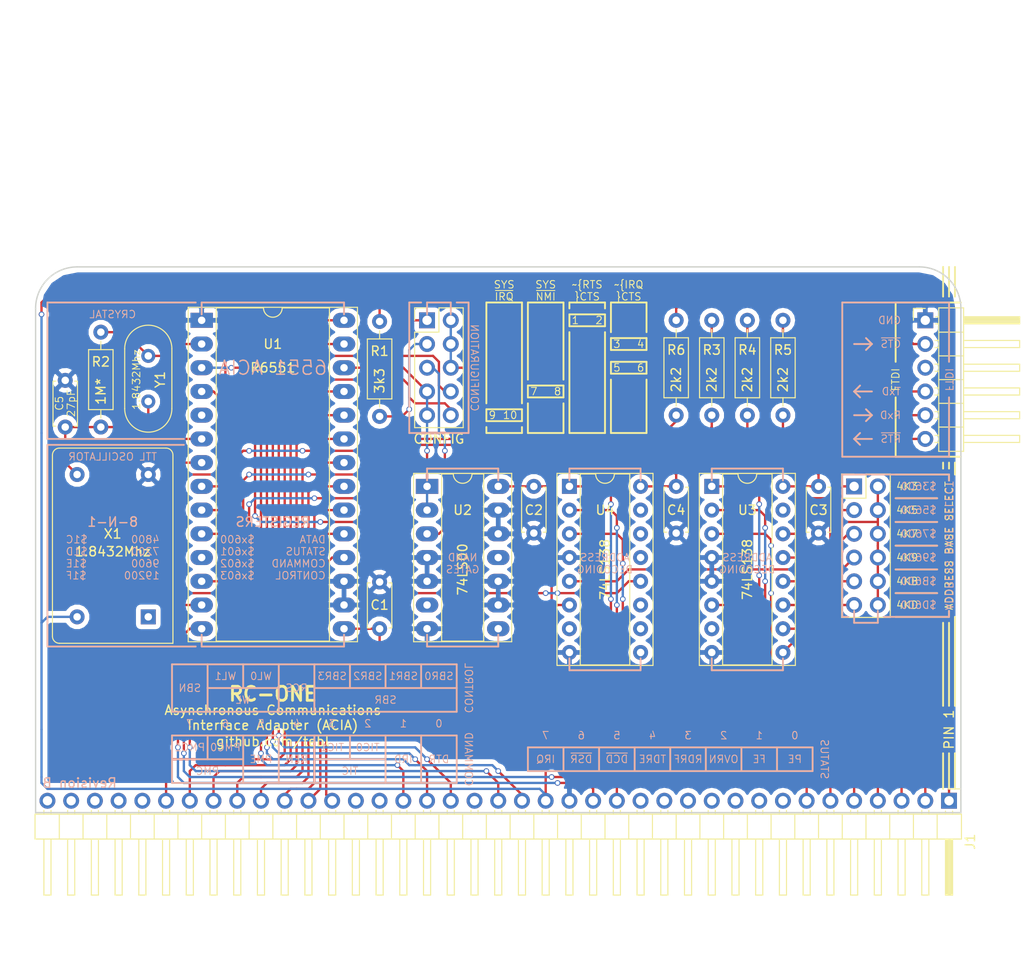
<source format=kicad_pcb>
(kicad_pcb (version 4) (host pcbnew 4.0.7)
  (layers (0 F.Cu signal) (31 B.Cu signal) (34 B.Paste user) (35 F.Paste user) (36 B.SilkS user) (37 F.SilkS user) (38 B.Mask user) (39 F.Mask user) (44 Edge.Cuts user))
  (net 0 "")
  (net 1 GND)
  (net 2 VCC)
  (net 3 /A15)
  (net 4 /A14)
  (net 5 /A13)
  (net 6 /A12)
  (net 7 /A11)
  (net 8 /A10)
  (net 9 /A9)
  (net 10 /A1)
  (net 11 /A0)
  (net 12 /PHI2)
  (net 13 /R/~W)
  (net 14 /D0)
  (net 15 /D1)
  (net 16 /D2)
  (net 17 /D3)
  (net 18 /D4)
  (net 19 /D5)
  (net 20 /D6)
  (net 21 /D7)
  (net 22 "Net-(J2-Pad10)")
  (net 23 "Net-(J3-Pad1)")
  (net 24 "Net-(J3-Pad3)")
  (net 25 /4K3)
  (net 26 /4K5)
  (net 27 /4K7)
  (net 28 /4K9)
  (net 29 /4KB)
  (net 30 /4KD)
  (net 31 ~CS_ACIA)
  (net 32 "Net-(C5-Pad1)")
  (net 33 /~RESET)
  (net 34 /~IRQ)
  (net 35 /~NMI)
  (net 36 "Net-(J3-Pad2)")
  (net 37 "Net-(J3-Pad5)")
  (net 38 "Net-(J3-Pad7)")
  (net 39 "Net-(J4-Pad2)")
  (net 40 "Net-(J4-Pad4)")
  (net 41 "Net-(J4-Pad5)")
  (net 42 "Net-(J4-Pad6)")
  (net 43 /~CTS)
  (net 44 /TxD)
  (net 45 /RxD)
  (net 46 "Net-(R2-Pad1)")
  (module Capacitors_THT:C_Disc_D4.7mm_W2.5mm_P5.00mm (layer F.Cu) (at 98.425 107.315 90)
    (fp_text reference C5 (at 2.54 -0.635 90) (layer F.SilkS) (effects (font (size 0.8 0.8) (thickness 0.1))))
    (fp_text value 27pF (at 2.54 0.635 90) (layer F.SilkS) (effects (font (size 0.8 0.8) (thickness 0.1))))
    (pad 1 thru_hole circle (at 0 0 90) (size 1.6 1.6) (drill 0.8) (layers *.Cu *.Mask) (net 32 "Net-(C5-Pad1)"))
    (pad 2 thru_hole circle (at 5 0 90) (size 1.6 1.6) (drill 0.8) (layers *.Cu *.Mask) (net 1 GND))
  )
  (module Pin_Headers:Pin_Header_Angled_1x39_Pitch2.54mm (layer F.Cu) (at 193.04 147.32 270)
    (fp_text reference J1 (at 4.385 -2.27 270) (layer F.SilkS))
    (fp_text value Expansion)
    (pad 1 thru_hole rect (at 0 0 270) (size 1.7 1.7) (drill 1) (layers *.Cu *.Mask) (net 3 /A15))
    (pad 2 thru_hole oval (at 0 2.54 270) (size 1.7 1.7) (drill 1) (layers *.Cu *.Mask) (net 4 /A14))
    (pad 3 thru_hole oval (at 0 5.08 270) (size 1.7 1.7) (drill 1) (layers *.Cu *.Mask) (net 5 /A13))
    (pad 4 thru_hole oval (at 0 7.62 270) (size 1.7 1.7) (drill 1) (layers *.Cu *.Mask) (net 6 /A12))
    (pad 5 thru_hole oval (at 0 10.16 270) (size 1.7 1.7) (drill 1) (layers *.Cu *.Mask) (net 7 /A11))
    (pad 6 thru_hole oval (at 0 12.7 270) (size 1.7 1.7) (drill 1) (layers *.Cu *.Mask) (net 8 /A10))
    (pad 7 thru_hole oval (at 0 15.24 270) (size 1.7 1.7) (drill 1) (layers *.Cu *.Mask) (net 9 /A9))
    (pad 8 thru_hole oval (at 0 17.78 270) (size 1.7 1.7) (drill 1) (layers *.Cu *.Mask))
    (pad 9 thru_hole oval (at 0 20.32 270) (size 1.7 1.7) (drill 1) (layers *.Cu *.Mask))
    (pad 10 thru_hole oval (at 0 22.86 270) (size 1.7 1.7) (drill 1) (layers *.Cu *.Mask))
    (pad 11 thru_hole oval (at 0 25.4 270) (size 1.7 1.7) (drill 1) (layers *.Cu *.Mask))
    (pad 12 thru_hole oval (at 0 27.94 270) (size 1.7 1.7) (drill 1) (layers *.Cu *.Mask))
    (pad 13 thru_hole oval (at 0 30.48 270) (size 1.7 1.7) (drill 1) (layers *.Cu *.Mask))
    (pad 14 thru_hole oval (at 0 33.02 270) (size 1.7 1.7) (drill 1) (layers *.Cu *.Mask))
    (pad 15 thru_hole oval (at 0 35.56 270) (size 1.7 1.7) (drill 1) (layers *.Cu *.Mask) (net 10 /A1))
    (pad 16 thru_hole oval (at 0 38.1 270) (size 1.7 1.7) (drill 1) (layers *.Cu *.Mask) (net 11 /A0))
    (pad 17 thru_hole oval (at 0 40.64 270) (size 1.7 1.7) (drill 1) (layers *.Cu *.Mask) (net 1 GND))
    (pad 18 thru_hole oval (at 0 43.18 270) (size 1.7 1.7) (drill 1) (layers *.Cu *.Mask) (net 2 VCC))
    (pad 19 thru_hole oval (at 0 45.72 270) (size 1.7 1.7) (drill 1) (layers *.Cu *.Mask) (net 12 /PHI2))
    (pad 20 thru_hole oval (at 0 48.26 270) (size 1.7 1.7) (drill 1) (layers *.Cu *.Mask) (net 33 /~RESET))
    (pad 21 thru_hole oval (at 0 50.8 270) (size 1.7 1.7) (drill 1) (layers *.Cu *.Mask))
    (pad 22 thru_hole oval (at 0 53.34 270) (size 1.7 1.7) (drill 1) (layers *.Cu *.Mask) (net 34 /~IRQ))
    (pad 23 thru_hole oval (at 0 55.88 270) (size 1.7 1.7) (drill 1) (layers *.Cu *.Mask) (net 35 /~NMI))
    (pad 24 thru_hole oval (at 0 58.42 270) (size 1.7 1.7) (drill 1) (layers *.Cu *.Mask) (net 13 /R/~W))
    (pad 25 thru_hole oval (at 0 60.96 270) (size 1.7 1.7) (drill 1) (layers *.Cu *.Mask))
    (pad 26 thru_hole oval (at 0 63.5 270) (size 1.7 1.7) (drill 1) (layers *.Cu *.Mask))
    (pad 27 thru_hole oval (at 0 66.04 270) (size 1.7 1.7) (drill 1) (layers *.Cu *.Mask) (net 14 /D0))
    (pad 28 thru_hole oval (at 0 68.58 270) (size 1.7 1.7) (drill 1) (layers *.Cu *.Mask) (net 15 /D1))
    (pad 29 thru_hole oval (at 0 71.12 270) (size 1.7 1.7) (drill 1) (layers *.Cu *.Mask) (net 16 /D2))
    (pad 30 thru_hole oval (at 0 73.66 270) (size 1.7 1.7) (drill 1) (layers *.Cu *.Mask) (net 17 /D3))
    (pad 31 thru_hole oval (at 0 76.2 270) (size 1.7 1.7) (drill 1) (layers *.Cu *.Mask) (net 18 /D4))
    (pad 32 thru_hole oval (at 0 78.74 270) (size 1.7 1.7) (drill 1) (layers *.Cu *.Mask) (net 19 /D5))
    (pad 33 thru_hole oval (at 0 81.28 270) (size 1.7 1.7) (drill 1) (layers *.Cu *.Mask) (net 20 /D6))
    (pad 34 thru_hole oval (at 0 83.82 270) (size 1.7 1.7) (drill 1) (layers *.Cu *.Mask) (net 21 /D7))
    (pad 35 thru_hole oval (at 0 86.36 270) (size 1.7 1.7) (drill 1) (layers *.Cu *.Mask))
    (pad 36 thru_hole oval (at 0 88.9 270) (size 1.7 1.7) (drill 1) (layers *.Cu *.Mask))
    (pad 37 thru_hole oval (at 0 91.44 270) (size 1.7 1.7) (drill 1) (layers *.Cu *.Mask))
    (pad 38 thru_hole oval (at 0 93.98 270) (size 1.7 1.7) (drill 1) (layers *.Cu *.Mask))
    (pad 39 thru_hole oval (at 0 96.52 270) (size 1.7 1.7) (drill 1) (layers *.Cu *.Mask))
  )
  (module Housings_DIP:DIP-16_W7.62mm_Socket (layer F.Cu) (at 167.64 113.665)
    (fp_text reference U3 (at 3.81 2.54) (layer F.SilkS))
    (fp_text value 74LS138 (at 3.81 8.89 90) (layer F.SilkS))
    (pad 1 thru_hole rect (at 0 0) (size 1.6 1.6) (drill 0.8) (layers *.Cu *.Mask) (net 5 /A13))
    (pad 9 thru_hole oval (at 7.62 17.78) (size 1.6 1.6) (drill 0.8) (layers *.Cu *.Mask) (net 30 /4KD))
    (pad 2 thru_hole oval (at 0 2.54) (size 1.6 1.6) (drill 0.8) (layers *.Cu *.Mask) (net 4 /A14))
    (pad 10 thru_hole oval (at 7.62 15.24) (size 1.6 1.6) (drill 0.8) (layers *.Cu *.Mask) (net 29 /4KB))
    (pad 3 thru_hole oval (at 0 5.08) (size 1.6 1.6) (drill 0.8) (layers *.Cu *.Mask) (net 3 /A15))
    (pad 11 thru_hole oval (at 7.62 12.7) (size 1.6 1.6) (drill 0.8) (layers *.Cu *.Mask) (net 28 /4K9))
    (pad 4 thru_hole oval (at 0 7.62) (size 1.6 1.6) (drill 0.8) (layers *.Cu *.Mask) (net 1 GND))
    (pad 12 thru_hole oval (at 7.62 10.16) (size 1.6 1.6) (drill 0.8) (layers *.Cu *.Mask) (net 27 /4K7))
    (pad 5 thru_hole oval (at 0 10.16) (size 1.6 1.6) (drill 0.8) (layers *.Cu *.Mask) (net 1 GND))
    (pad 13 thru_hole oval (at 7.62 7.62) (size 1.6 1.6) (drill 0.8) (layers *.Cu *.Mask) (net 26 /4K5))
    (pad 6 thru_hole oval (at 0 12.7) (size 1.6 1.6) (drill 0.8) (layers *.Cu *.Mask) (net 6 /A12))
    (pad 14 thru_hole oval (at 7.62 5.08) (size 1.6 1.6) (drill 0.8) (layers *.Cu *.Mask) (net 25 /4K3))
    (pad 7 thru_hole oval (at 0 15.24) (size 1.6 1.6) (drill 0.8) (layers *.Cu *.Mask))
    (pad 15 thru_hole oval (at 7.62 2.54) (size 1.6 1.6) (drill 0.8) (layers *.Cu *.Mask))
    (pad 8 thru_hole oval (at 0 17.78) (size 1.6 1.6) (drill 0.8) (layers *.Cu *.Mask) (net 1 GND))
    (pad 16 thru_hole oval (at 7.62 0) (size 1.6 1.6) (drill 0.8) (layers *.Cu *.Mask) (net 2 VCC))
  )
  (module Housings_DIP:DIP-16_W7.62mm_Socket (layer F.Cu) (at 152.4 113.665)
    (fp_text reference U4 (at 3.81 2.54) (layer F.SilkS))
    (fp_text value 74LS138 (at 3.81 8.89 90) (layer F.SilkS))
    (pad 1 thru_hole rect (at 0 0) (size 1.6 1.6) (drill 0.8) (layers *.Cu *.Mask) (net 9 /A9))
    (pad 9 thru_hole oval (at 7.62 17.78) (size 1.6 1.6) (drill 0.8) (layers *.Cu *.Mask))
    (pad 2 thru_hole oval (at 0 2.54) (size 1.6 1.6) (drill 0.8) (layers *.Cu *.Mask) (net 8 /A10))
    (pad 10 thru_hole oval (at 7.62 15.24) (size 1.6 1.6) (drill 0.8) (layers *.Cu *.Mask))
    (pad 3 thru_hole oval (at 0 5.08) (size 1.6 1.6) (drill 0.8) (layers *.Cu *.Mask) (net 7 /A11))
    (pad 11 thru_hole oval (at 7.62 12.7) (size 1.6 1.6) (drill 0.8) (layers *.Cu *.Mask))
    (pad 4 thru_hole oval (at 0 7.62) (size 1.6 1.6) (drill 0.8) (layers *.Cu *.Mask) (net 1 GND))
    (pad 12 thru_hole oval (at 7.62 10.16) (size 1.6 1.6) (drill 0.8) (layers *.Cu *.Mask) (net 31 ~CS_ACIA))
    (pad 5 thru_hole oval (at 0 10.16) (size 1.6 1.6) (drill 0.8) (layers *.Cu *.Mask) (net 22 "Net-(J2-Pad10)"))
    (pad 13 thru_hole oval (at 7.62 7.62) (size 1.6 1.6) (drill 0.8) (layers *.Cu *.Mask))
    (pad 6 thru_hole oval (at 0 12.7) (size 1.6 1.6) (drill 0.8) (layers *.Cu *.Mask) (net 2 VCC))
    (pad 14 thru_hole oval (at 7.62 5.08) (size 1.6 1.6) (drill 0.8) (layers *.Cu *.Mask))
    (pad 7 thru_hole oval (at 0 15.24) (size 1.6 1.6) (drill 0.8) (layers *.Cu *.Mask))
    (pad 15 thru_hole oval (at 7.62 2.54) (size 1.6 1.6) (drill 0.8) (layers *.Cu *.Mask))
    (pad 8 thru_hole oval (at 0 17.78) (size 1.6 1.6) (drill 0.8) (layers *.Cu *.Mask) (net 1 GND))
    (pad 16 thru_hole oval (at 7.62 0) (size 1.6 1.6) (drill 0.8) (layers *.Cu *.Mask) (net 2 VCC))
  )
  (module Pin_Headers:Pin_Header_Straight_2x06_Pitch2.54mm (layer F.Cu) (at 182.88 113.665)
    (fp_text reference J2)
    (fp_text value ADDRESS)
    (pad 1 thru_hole rect (at 0 0) (size 1.7 1.7) (drill 1) (layers *.Cu *.Mask) (net 25 /4K3))
    (pad 2 thru_hole oval (at 2.54 0) (size 1.7 1.7) (drill 1) (layers *.Cu *.Mask) (net 22 "Net-(J2-Pad10)"))
    (pad 3 thru_hole oval (at 0 2.54) (size 1.7 1.7) (drill 1) (layers *.Cu *.Mask) (net 26 /4K5))
    (pad 4 thru_hole oval (at 2.54 2.54) (size 1.7 1.7) (drill 1) (layers *.Cu *.Mask) (net 22 "Net-(J2-Pad10)"))
    (pad 5 thru_hole oval (at 0 5.08) (size 1.7 1.7) (drill 1) (layers *.Cu *.Mask) (net 27 /4K7))
    (pad 6 thru_hole oval (at 2.54 5.08) (size 1.7 1.7) (drill 1) (layers *.Cu *.Mask) (net 22 "Net-(J2-Pad10)"))
    (pad 7 thru_hole oval (at 0 7.62) (size 1.7 1.7) (drill 1) (layers *.Cu *.Mask) (net 28 /4K9))
    (pad 8 thru_hole oval (at 2.54 7.62) (size 1.7 1.7) (drill 1) (layers *.Cu *.Mask) (net 22 "Net-(J2-Pad10)"))
    (pad 9 thru_hole oval (at 0 10.16) (size 1.7 1.7) (drill 1) (layers *.Cu *.Mask) (net 29 /4KB))
    (pad 10 thru_hole oval (at 2.54 10.16) (size 1.7 1.7) (drill 1) (layers *.Cu *.Mask) (net 22 "Net-(J2-Pad10)"))
    (pad 11 thru_hole oval (at 0 12.7) (size 1.7 1.7) (drill 1) (layers *.Cu *.Mask) (net 30 /4KD))
    (pad 12 thru_hole oval (at 2.54 12.7) (size 1.7 1.7) (drill 1) (layers *.Cu *.Mask) (net 22 "Net-(J2-Pad10)"))
  )
  (module Capacitors_THT:C_Disc_D4.7mm_W2.5mm_P5.00mm (layer F.Cu) (at 132.08 128.905 90)
    (fp_text reference C1 (at 2.54 0 180) (layer F.SilkS))
    (fp_text value 100nF)
    (pad 1 thru_hole circle (at 0 0 90) (size 1.6 1.6) (drill 0.8) (layers *.Cu *.Mask) (net 2 VCC))
    (pad 2 thru_hole circle (at 5 0 90) (size 1.6 1.6) (drill 0.8) (layers *.Cu *.Mask) (net 1 GND))
  )
  (module Capacitors_THT:C_Disc_D4.7mm_W2.5mm_P5.00mm (layer F.Cu) (at 179.07 113.665 270)
    (fp_text reference C3 (at 2.54 0 360) (layer F.SilkS))
    (fp_text value 100nF)
    (pad 1 thru_hole circle (at 0 0 270) (size 1.6 1.6) (drill 0.8) (layers *.Cu *.Mask) (net 2 VCC))
    (pad 2 thru_hole circle (at 5 0 270) (size 1.6 1.6) (drill 0.8) (layers *.Cu *.Mask) (net 1 GND))
  )
  (module Capacitors_THT:C_Disc_D4.7mm_W2.5mm_P5.00mm (layer F.Cu) (at 148.59 113.665 270)
    (fp_text reference C2 (at 2.54 0 360) (layer F.SilkS))
    (fp_text value 100nF)
    (pad 1 thru_hole circle (at 0 0 270) (size 1.6 1.6) (drill 0.8) (layers *.Cu *.Mask) (net 2 VCC))
    (pad 2 thru_hole circle (at 5 0 270) (size 1.6 1.6) (drill 0.8) (layers *.Cu *.Mask) (net 1 GND))
  )
  (module Capacitors_THT:C_Disc_D4.7mm_W2.5mm_P5.00mm (layer F.Cu) (at 163.83 113.665 270)
    (fp_text reference C4 (at 2.54 0 360) (layer F.SilkS))
    (fp_text value 100nF)
    (pad 1 thru_hole circle (at 0 0 270) (size 1.6 1.6) (drill 0.8) (layers *.Cu *.Mask) (net 2 VCC))
    (pad 2 thru_hole circle (at 5 0 270) (size 1.6 1.6) (drill 0.8) (layers *.Cu *.Mask) (net 1 GND))
  )
  (module Oscillators:Oscillator_DIP-14 (layer F.Cu) (at 107.315 127.635 90)
    (fp_text reference X1 (at 8.89 -3.81 180) (layer F.SilkS))
    (fp_text value 1.8432Mhz (at 6.985 -3.81 180) (layer F.SilkS))
    (pad 1 thru_hole rect (at 0 0 90) (size 1.6 1.6) (drill 0.8) (layers *.Cu *.Mask))
    (pad 14 thru_hole circle (at 0 -7.62 90) (size 1.6 1.6) (drill 0.8) (layers *.Cu *.Mask) (net 2 VCC))
    (pad 8 thru_hole circle (at 15.24 -7.62 90) (size 1.6 1.6) (drill 0.8) (layers *.Cu *.Mask) (net 32 "Net-(C5-Pad1)"))
    (pad 7 thru_hole circle (at 15.24 0 90) (size 1.6 1.6) (drill 0.8) (layers *.Cu *.Mask) (net 1 GND))
  )
  (module Pin_Headers:Pin_Header_Straight_2x05_Pitch2.54mm (layer F.Cu) (at 137.16 95.885)
    (fp_text reference J3)
    (fp_text value CONFIG (at 1.27 12.7) (layer F.SilkS))
    (pad 1 thru_hole rect (at 0 0) (size 1.7 1.7) (drill 1) (layers *.Cu *.Mask) (net 23 "Net-(J3-Pad1)"))
    (pad 2 thru_hole oval (at 2.54 0) (size 1.7 1.7) (drill 1) (layers *.Cu *.Mask) (net 36 "Net-(J3-Pad2)"))
    (pad 3 thru_hole oval (at 0 2.54) (size 1.7 1.7) (drill 1) (layers *.Cu *.Mask) (net 24 "Net-(J3-Pad3)"))
    (pad 4 thru_hole oval (at 2.54 2.54) (size 1.7 1.7) (drill 1) (layers *.Cu *.Mask) (net 36 "Net-(J3-Pad2)"))
    (pad 5 thru_hole oval (at 0 5.08) (size 1.7 1.7) (drill 1) (layers *.Cu *.Mask) (net 37 "Net-(J3-Pad5)"))
    (pad 6 thru_hole oval (at 2.54 5.08) (size 1.7 1.7) (drill 1) (layers *.Cu *.Mask) (net 36 "Net-(J3-Pad2)"))
    (pad 7 thru_hole oval (at 0 7.62) (size 1.7 1.7) (drill 1) (layers *.Cu *.Mask) (net 38 "Net-(J3-Pad7)"))
    (pad 8 thru_hole oval (at 2.54 7.62) (size 1.7 1.7) (drill 1) (layers *.Cu *.Mask) (net 35 /~NMI))
    (pad 9 thru_hole oval (at 0 10.16) (size 1.7 1.7) (drill 1) (layers *.Cu *.Mask) (net 38 "Net-(J3-Pad7)"))
    (pad 10 thru_hole oval (at 2.54 10.16) (size 1.7 1.7) (drill 1) (layers *.Cu *.Mask) (net 34 /~IRQ))
  )
  (module Pin_Headers:Pin_Header_Angled_1x06_Pitch2.54mm (layer F.Cu) (at 190.5 95.885)
    (fp_text reference J4)
    (fp_text value FTDI)
    (pad 1 thru_hole rect (at 0 0) (size 1.7 1.7) (drill 1) (layers *.Cu *.Mask) (net 1 GND))
    (pad 2 thru_hole oval (at 0 2.54) (size 1.7 1.7) (drill 1) (layers *.Cu *.Mask) (net 39 "Net-(J4-Pad2)"))
    (pad 3 thru_hole oval (at 0 5.08) (size 1.7 1.7) (drill 1) (layers *.Cu *.Mask))
    (pad 4 thru_hole oval (at 0 7.62) (size 1.7 1.7) (drill 1) (layers *.Cu *.Mask) (net 40 "Net-(J4-Pad4)"))
    (pad 5 thru_hole oval (at 0 10.16) (size 1.7 1.7) (drill 1) (layers *.Cu *.Mask) (net 41 "Net-(J4-Pad5)"))
    (pad 6 thru_hole oval (at 0 12.7) (size 1.7 1.7) (drill 1) (layers *.Cu *.Mask) (net 42 "Net-(J4-Pad6)"))
  )
  (module Resistors_THT:R_Axial_DIN0207_L6.3mm_D2.5mm_P10.16mm_Horizontal (layer F.Cu) (at 132.08 96.012 270)
    (fp_text reference R1 (at 3.175 0 360) (layer F.SilkS))
    (fp_text value 3k3 (at 6.35 0 270) (layer F.SilkS))
    (pad 1 thru_hole circle (at 0 0 270) (size 1.6 1.6) (drill 0.8) (layers *.Cu *.Mask) (net 2 VCC))
    (pad 2 thru_hole oval (at 10.16 0 270) (size 1.6 1.6) (drill 0.8) (layers *.Cu *.Mask) (net 24 "Net-(J3-Pad3)"))
  )
  (module Resistors_THT:R_Axial_DIN0207_L6.3mm_D2.5mm_P10.16mm_Horizontal (layer F.Cu) (at 102.235 97.155 270)
    (fp_text reference R2 (at 3.175 0 360) (layer F.SilkS))
    (fp_text value 1M* (at 6.35 0 270) (layer F.SilkS))
    (pad 1 thru_hole circle (at 0 0 270) (size 1.6 1.6) (drill 0.8) (layers *.Cu *.Mask) (net 46 "Net-(R2-Pad1)"))
    (pad 2 thru_hole oval (at 10.16 0 270) (size 1.6 1.6) (drill 0.8) (layers *.Cu *.Mask) (net 32 "Net-(C5-Pad1)"))
  )
  (module Resistors_THT:R_Axial_DIN0207_L6.3mm_D2.5mm_P10.16mm_Horizontal (layer F.Cu) (at 167.64 106.045 90)
    (fp_text reference R3 (at 6.985 0 180) (layer F.SilkS))
    (fp_text value 2k2 (at 3.81 0 90) (layer F.SilkS))
    (pad 1 thru_hole circle (at 0 0 90) (size 1.6 1.6) (drill 0.8) (layers *.Cu *.Mask) (net 43 /~CTS))
    (pad 2 thru_hole oval (at 10.16 0 90) (size 1.6 1.6) (drill 0.8) (layers *.Cu *.Mask) (net 42 "Net-(J4-Pad6)"))
  )
  (module Resistors_THT:R_Axial_DIN0207_L6.3mm_D2.5mm_P10.16mm_Horizontal (layer F.Cu) (at 171.45 106.045 90)
    (fp_text reference R4 (at 6.985 0 180) (layer F.SilkS))
    (fp_text value 2k2 (at 3.81 0 90) (layer F.SilkS))
    (pad 1 thru_hole circle (at 0 0 90) (size 1.6 1.6) (drill 0.8) (layers *.Cu *.Mask) (net 44 /TxD))
    (pad 2 thru_hole oval (at 10.16 0 90) (size 1.6 1.6) (drill 0.8) (layers *.Cu *.Mask) (net 41 "Net-(J4-Pad5)"))
  )
  (module Resistors_THT:R_Axial_DIN0207_L6.3mm_D2.5mm_P10.16mm_Horizontal (layer F.Cu) (at 175.26 106.045 90)
    (fp_text reference R5 (at 6.985 0 180) (layer F.SilkS))
    (fp_text value 2k2 (at 3.81 0 90) (layer F.SilkS))
    (pad 1 thru_hole circle (at 0 0 90) (size 1.6 1.6) (drill 0.8) (layers *.Cu *.Mask) (net 45 /RxD))
    (pad 2 thru_hole oval (at 10.16 0 90) (size 1.6 1.6) (drill 0.8) (layers *.Cu *.Mask) (net 40 "Net-(J4-Pad4)"))
  )
  (module Resistors_THT:R_Axial_DIN0207_L6.3mm_D2.5mm_P10.16mm_Horizontal (layer F.Cu) (at 163.83 106.045 90)
    (fp_text reference R6 (at 6.985 0 180) (layer F.SilkS))
    (fp_text value 2k2 (at 3.81 0 90) (layer F.SilkS))
    (pad 1 thru_hole circle (at 0 0 90) (size 1.6 1.6) (drill 0.8) (layers *.Cu *.Mask) (net 36 "Net-(J3-Pad2)"))
    (pad 2 thru_hole oval (at 10.16 0 90) (size 1.6 1.6) (drill 0.8) (layers *.Cu *.Mask) (net 39 "Net-(J4-Pad2)"))
  )
  (module Housings_DIP:DIP-28_W15.24mm_Socket_LongPads (layer F.Cu) (at 113.03 95.885)
    (fp_text reference U1 (at 7.62 2.54) (layer F.SilkS))
    (fp_text value R6551 (at 7.62 5.08) (layer F.SilkS))
    (pad 1 thru_hole rect (at 0 0) (size 2.4 1.6) (drill 0.8) (layers *.Cu *.Mask) (net 1 GND))
    (pad 15 thru_hole oval (at 15.24 33.02) (size 2.4 1.6) (drill 0.8) (layers *.Cu *.Mask) (net 2 VCC))
    (pad 2 thru_hole oval (at 0 2.54) (size 2.4 1.6) (drill 0.8) (layers *.Cu *.Mask) (net 2 VCC))
    (pad 16 thru_hole oval (at 15.24 30.48) (size 2.4 1.6) (drill 0.8) (layers *.Cu *.Mask) (net 1 GND))
    (pad 3 thru_hole oval (at 0 5.08) (size 2.4 1.6) (drill 0.8) (layers *.Cu *.Mask) (net 31 ~CS_ACIA))
    (pad 17 thru_hole oval (at 15.24 27.94) (size 2.4 1.6) (drill 0.8) (layers *.Cu *.Mask) (net 1 GND))
    (pad 4 thru_hole oval (at 0 7.62) (size 2.4 1.6) (drill 0.8) (layers *.Cu *.Mask) (net 33 /~RESET))
    (pad 18 thru_hole oval (at 15.24 25.4) (size 2.4 1.6) (drill 0.8) (layers *.Cu *.Mask) (net 14 /D0))
    (pad 5 thru_hole oval (at 0 10.16) (size 2.4 1.6) (drill 0.8) (layers *.Cu *.Mask))
    (pad 19 thru_hole oval (at 15.24 22.86) (size 2.4 1.6) (drill 0.8) (layers *.Cu *.Mask) (net 15 /D1))
    (pad 6 thru_hole oval (at 0 12.7) (size 2.4 1.6) (drill 0.8) (layers *.Cu *.Mask) (net 46 "Net-(R2-Pad1)"))
    (pad 20 thru_hole oval (at 15.24 20.32) (size 2.4 1.6) (drill 0.8) (layers *.Cu *.Mask) (net 16 /D2))
    (pad 7 thru_hole oval (at 0 15.24) (size 2.4 1.6) (drill 0.8) (layers *.Cu *.Mask) (net 32 "Net-(C5-Pad1)"))
    (pad 21 thru_hole oval (at 15.24 17.78) (size 2.4 1.6) (drill 0.8) (layers *.Cu *.Mask) (net 17 /D3))
    (pad 8 thru_hole oval (at 0 17.78) (size 2.4 1.6) (drill 0.8) (layers *.Cu *.Mask) (net 23 "Net-(J3-Pad1)"))
    (pad 22 thru_hole oval (at 15.24 15.24) (size 2.4 1.6) (drill 0.8) (layers *.Cu *.Mask) (net 18 /D4))
    (pad 9 thru_hole oval (at 0 20.32) (size 2.4 1.6) (drill 0.8) (layers *.Cu *.Mask) (net 43 /~CTS))
    (pad 23 thru_hole oval (at 15.24 12.7) (size 2.4 1.6) (drill 0.8) (layers *.Cu *.Mask) (net 19 /D5))
    (pad 10 thru_hole oval (at 0 22.86) (size 2.4 1.6) (drill 0.8) (layers *.Cu *.Mask) (net 44 /TxD))
    (pad 24 thru_hole oval (at 15.24 10.16) (size 2.4 1.6) (drill 0.8) (layers *.Cu *.Mask) (net 20 /D6))
    (pad 11 thru_hole oval (at 0 25.4) (size 2.4 1.6) (drill 0.8) (layers *.Cu *.Mask))
    (pad 25 thru_hole oval (at 15.24 7.62) (size 2.4 1.6) (drill 0.8) (layers *.Cu *.Mask) (net 21 /D7))
    (pad 12 thru_hole oval (at 0 27.94) (size 2.4 1.6) (drill 0.8) (layers *.Cu *.Mask) (net 45 /RxD))
    (pad 26 thru_hole oval (at 15.24 5.08) (size 2.4 1.6) (drill 0.8) (layers *.Cu *.Mask) (net 38 "Net-(J3-Pad7)"))
    (pad 13 thru_hole oval (at 0 30.48) (size 2.4 1.6) (drill 0.8) (layers *.Cu *.Mask) (net 11 /A0))
    (pad 27 thru_hole oval (at 15.24 2.54) (size 2.4 1.6) (drill 0.8) (layers *.Cu *.Mask) (net 12 /PHI2))
    (pad 14 thru_hole oval (at 0 33.02) (size 2.4 1.6) (drill 0.8) (layers *.Cu *.Mask) (net 10 /A1))
    (pad 28 thru_hole oval (at 15.24 0) (size 2.4 1.6) (drill 0.8) (layers *.Cu *.Mask) (net 13 /R/~W))
  )
  (module Housings_DIP:DIP-14_W7.62mm_Socket_LongPads (layer F.Cu) (at 137.16 113.665)
    (fp_text reference U2 (at 3.81 2.54) (layer F.SilkS))
    (fp_text value 74LS00 (at 3.81 8.89 90) (layer F.SilkS))
    (pad 1 thru_hole rect (at 0 0) (size 2.4 1.6) (drill 0.8) (layers *.Cu *.Mask) (net 38 "Net-(J3-Pad7)"))
    (pad 8 thru_hole oval (at 7.62 15.24) (size 2.4 1.6) (drill 0.8) (layers *.Cu *.Mask))
    (pad 2 thru_hole oval (at 0 2.54) (size 2.4 1.6) (drill 0.8) (layers *.Cu *.Mask) (net 38 "Net-(J3-Pad7)"))
    (pad 9 thru_hole oval (at 7.62 12.7) (size 2.4 1.6) (drill 0.8) (layers *.Cu *.Mask) (net 1 GND))
    (pad 3 thru_hole oval (at 0 5.08) (size 2.4 1.6) (drill 0.8) (layers *.Cu *.Mask) (net 37 "Net-(J3-Pad5)"))
    (pad 10 thru_hole oval (at 7.62 10.16) (size 2.4 1.6) (drill 0.8) (layers *.Cu *.Mask) (net 1 GND))
    (pad 4 thru_hole oval (at 0 7.62) (size 2.4 1.6) (drill 0.8) (layers *.Cu *.Mask) (net 1 GND))
    (pad 11 thru_hole oval (at 7.62 7.62) (size 2.4 1.6) (drill 0.8) (layers *.Cu *.Mask))
    (pad 5 thru_hole oval (at 0 10.16) (size 2.4 1.6) (drill 0.8) (layers *.Cu *.Mask) (net 1 GND))
    (pad 12 thru_hole oval (at 7.62 5.08) (size 2.4 1.6) (drill 0.8) (layers *.Cu *.Mask) (net 1 GND))
    (pad 6 thru_hole oval (at 0 12.7) (size 2.4 1.6) (drill 0.8) (layers *.Cu *.Mask))
    (pad 13 thru_hole oval (at 7.62 2.54) (size 2.4 1.6) (drill 0.8) (layers *.Cu *.Mask) (net 1 GND))
    (pad 7 thru_hole oval (at 0 15.24) (size 2.4 1.6) (drill 0.8) (layers *.Cu *.Mask) (net 1 GND))
    (pad 14 thru_hole oval (at 7.62 0) (size 2.4 1.6) (drill 0.8) (layers *.Cu *.Mask) (net 2 VCC))
  )
  (module Crystals:Crystal_HC49-4H_Vertical (layer F.Cu) (at 107.315 99.695 270)
    (fp_text reference Y1 (at 2.54 -1.27 270) (layer F.SilkS))
    (fp_text value 1.8432Mhz (at 2.54 1.27 270) (layer F.SilkS) (effects (font (size 0.8 0.8) (thickness 0.1))))
    (pad 1 thru_hole circle (at 0 0 270) (size 1.5 1.5) (drill 0.8) (layers *.Cu *.Mask) (net 46 "Net-(R2-Pad1)"))
    (pad 2 thru_hole circle (at 4.88 0 270) (size 1.5 1.5) (drill 0.8) (layers *.Cu *.Mask) (net 32 "Net-(C5-Pad1)"))
  )
  (gr_line (start 193.675 93.345) (end 193.675 90.17) (angle 90) (layer F.SilkS) (width 0.2))
  (gr_line (start 193.04 93.345) (end 193.04 90.17) (angle 90) (layer F.SilkS) (width 0.2))
  (gr_line (start 192.405 93.345) (end 192.405 90.17) (angle 90) (layer F.SilkS) (width 0.2))
  (gr_line (start 192.405 111.76) (end 192.405 111.125) (angle 90) (layer F.SilkS) (width 0.2))
  (gr_line (start 193.04 111.76) (end 193.04 111.125) (angle 90) (layer F.SilkS) (width 0.2))
  (gr_line (start 193.675 112.395) (end 193.675 111.125) (angle 90) (layer F.SilkS) (width 0.2))
  (gr_line (start 192.405 137.16) (end 192.405 128.27) (angle 90) (layer F.SilkS) (width 0.2))
  (gr_line (start 193.04 128.27) (end 193.04 137.16) (angle 90) (layer F.SilkS) (width 0.2))
  (gr_line (start 193.675 137.16) (end 193.675 127.635) (angle 90) (layer F.SilkS) (width 0.2))
  (gr_line (start 192.405 146.05) (end 192.405 142.24) (angle 90) (layer F.SilkS) (width 0.2))
  (gr_line (start 193.04 142.24) (end 193.04 146.05) (angle 90) (layer F.SilkS) (width 0.2))
  (gr_line (start 193.675 146.05) (end 193.675 142.24) (angle 90) (layer F.SilkS) (width 0.2))
  (gr_text "PIN 1" (at 193.04 139.7 90) (layer F.SilkS) (effects (font (size 1 1))))
  (gr_text CONFIGURATION (at 142.24 100.965 270) (layer B.SilkS) (effects (font (size 0.8 0.8) (thickness 0.1)) (justify mirror)))
  (gr_line (start 136.525 93.98) (end 135.255 93.98) (angle 90) (layer B.SilkS) (width 0.2))
  (gr_line (start 141.605 93.98) (end 140.335 93.98) (angle 90) (layer B.SilkS) (width 0.2))
  (gr_line (start 139.7 93.98) (end 139.7 95.25) (angle 90) (layer B.SilkS) (width 0.2))
  (gr_line (start 137.16 93.98) (end 139.7 93.98) (angle 90) (layer B.SilkS) (width 0.2))
  (gr_line (start 137.16 95.25) (end 137.16 93.98) (angle 90) (layer B.SilkS) (width 0.2))
  (gr_line (start 135.255 107.95) (end 135.255 93.98) (angle 90) (layer B.SilkS) (width 0.2))
  (gr_line (start 141.605 107.95) (end 135.255 107.95) (angle 90) (layer B.SilkS) (width 0.2))
  (gr_line (start 141.605 93.98) (end 141.605 107.95) (angle 90) (layer B.SilkS) (width 0.2))
  (gr_line (start 186.055 127.635) (end 187.325 127.635) (angle 90) (layer B.SilkS) (width 0.2))
  (gr_line (start 181.61 127.635) (end 182.245 127.635) (angle 90) (layer B.SilkS) (width 0.2))
  (gr_line (start 185.42 128.27) (end 185.42 127) (angle 90) (layer B.SilkS) (width 0.2))
  (gr_line (start 182.88 128.27) (end 185.42 128.27) (angle 90) (layer B.SilkS) (width 0.2))
  (gr_line (start 182.88 127) (end 182.88 128.27) (angle 90) (layer B.SilkS) (width 0.2))
  (gr_text 7 (at 149.86 140.335) (layer B.SilkS) (effects (font (size 0.8 0.8) (thickness 0.1)) (justify mirror)))
  (gr_text 6 (at 153.67 140.335) (layer B.SilkS) (effects (font (size 0.8 0.8) (thickness 0.1)) (justify mirror)))
  (gr_text 5 (at 157.48 140.335) (layer B.SilkS) (effects (font (size 0.8 0.8) (thickness 0.1)) (justify mirror)))
  (gr_text 4 (at 161.29 140.335) (layer B.SilkS) (effects (font (size 0.8 0.8) (thickness 0.1)) (justify mirror)))
  (gr_text 3 (at 165.1 140.335) (layer B.SilkS) (effects (font (size 0.8 0.8) (thickness 0.1)) (justify mirror)))
  (gr_text 2 (at 168.91 140.335) (layer B.SilkS) (effects (font (size 0.8 0.8) (thickness 0.1)) (justify mirror)))
  (gr_text 1 (at 172.72 140.335) (layer B.SilkS) (effects (font (size 0.8 0.8) (thickness 0.1)) (justify mirror)))
  (gr_text 0 (at 176.53 140.335) (layer B.SilkS) (effects (font (size 0.8 0.8) (thickness 0.1)) (justify mirror)))
  (gr_text 7 (at 111.76 139.065) (layer B.SilkS) (effects (font (size 0.8 0.8) (thickness 0.1)) (justify mirror)))
  (gr_text 6 (at 115.57 139.065) (layer B.SilkS) (effects (font (size 0.8 0.8) (thickness 0.1)) (justify mirror)))
  (gr_text 5 (at 119.38 139.065) (layer B.SilkS) (effects (font (size 0.8 0.8) (thickness 0.1)) (justify mirror)))
  (gr_text 4 (at 123.19 139.065) (layer B.SilkS) (effects (font (size 0.8 0.8) (thickness 0.1)) (justify mirror)))
  (gr_text 3 (at 127 139.065) (layer B.SilkS) (effects (font (size 0.8 0.8) (thickness 0.1)) (justify mirror)))
  (gr_text 2 (at 130.81 139.065) (layer B.SilkS) (effects (font (size 0.8 0.8) (thickness 0.1)) (justify mirror)))
  (gr_text 1 (at 134.62 139.065) (layer B.SilkS) (effects (font (size 0.8 0.8) (thickness 0.1)) (justify mirror)))
  (gr_text 0 (at 138.43 139.065) (layer B.SilkS) (effects (font (size 0.8 0.8) (thickness 0.1)) (justify mirror)))
  (gr_text STATUS (at 179.705 142.875 270) (layer B.SilkS) (effects (font (size 0.8 0.8) (thickness 0.1)) (justify mirror)))
  (gr_text CONTROL (at 141.605 135.255 270) (layer B.SilkS) (effects (font (size 0.8 0.8) (thickness 0.1)) (justify mirror)))
  (gr_text COMMAND (at 141.605 142.875 270) (layer B.SilkS) (effects (font (size 0.8 0.8) (thickness 0.1)) (justify mirror)))
  (gr_text DTR (at 138.43 142.875) (layer B.SilkS) (effects (font (size 0.8 0.8) (thickness 0.1)) (justify mirror)))
  (gr_text IRD (at 134.62 142.875) (layer B.SilkS) (effects (font (size 0.8 0.8) (thickness 0.1)) (justify mirror)))
  (gr_text TIC1 (at 127 141.605) (layer B.SilkS) (effects (font (size 0.8 0.8) (thickness 0.1)) (justify mirror)))
  (gr_text TIC0 (at 130.81 141.605) (layer B.SilkS) (effects (font (size 0.8 0.8) (thickness 0.1)) (justify mirror)))
  (gr_text TIC (at 128.905 144.145) (layer B.SilkS) (effects (font (size 0.8 0.8) (thickness 0.1)) (justify mirror)))
  (gr_text REM (at 123.19 142.875) (layer B.SilkS) (effects (font (size 0.8 0.8) (thickness 0.1)) (justify mirror)))
  (gr_text PME (at 119.38 142.875) (layer B.SilkS) (effects (font (size 0.8 0.8) (thickness 0.1)) (justify mirror)))
  (gr_text PMC1 (at 111.76 141.605) (layer B.SilkS) (effects (font (size 0.8 0.8) (thickness 0.1)) (justify mirror)))
  (gr_text PMC0 (at 115.57 141.605) (layer B.SilkS) (effects (font (size 0.8 0.8) (thickness 0.1)) (justify mirror)))
  (gr_text PMC (at 113.665 144.145) (layer B.SilkS) (effects (font (size 0.8 0.8) (thickness 0.1)) (justify mirror)))
  (gr_line (start 113.665 142.875) (end 113.665 140.335) (angle 90) (layer B.SilkS) (width 0.2))
  (gr_line (start 109.855 142.875) (end 117.475 142.875) (angle 90) (layer B.SilkS) (width 0.2))
  (gr_line (start 117.475 145.415) (end 117.475 140.335) (angle 90) (layer B.SilkS) (width 0.2))
  (gr_line (start 121.285 145.415) (end 121.285 140.335) (angle 90) (layer B.SilkS) (width 0.2))
  (gr_line (start 128.905 142.875) (end 128.905 140.335) (angle 90) (layer B.SilkS) (width 0.2))
  (gr_line (start 125.095 142.875) (end 132.715 142.875) (angle 90) (layer B.SilkS) (width 0.2))
  (gr_line (start 125.095 145.415) (end 125.095 140.335) (angle 90) (layer B.SilkS) (width 0.2))
  (gr_line (start 132.715 145.415) (end 132.715 140.335) (angle 90) (layer B.SilkS) (width 0.2))
  (gr_line (start 136.525 145.415) (end 136.525 140.335) (angle 90) (layer B.SilkS) (width 0.2))
  (gr_line (start 174.625 144.145) (end 174.625 141.605) (angle 90) (layer B.SilkS) (width 0.2))
  (gr_line (start 170.815 144.145) (end 170.815 141.605) (angle 90) (layer B.SilkS) (width 0.2))
  (gr_line (start 167.005 144.145) (end 167.005 141.605) (angle 90) (layer B.SilkS) (width 0.2))
  (gr_line (start 163.195 144.145) (end 163.195 141.605) (angle 90) (layer B.SilkS) (width 0.2))
  (gr_line (start 159.385 144.145) (end 159.385 141.605) (angle 90) (layer B.SilkS) (width 0.2))
  (gr_line (start 155.575 144.145) (end 155.575 141.605) (angle 90) (layer B.SilkS) (width 0.2))
  (gr_line (start 151.765 144.145) (end 151.765 141.605) (angle 90) (layer B.SilkS) (width 0.2))
  (gr_line (start 109.855 140.335) (end 109.855 145.415) (angle 90) (layer B.SilkS) (width 0.2))
  (gr_line (start 140.335 140.335) (end 109.855 140.335) (angle 90) (layer B.SilkS) (width 0.2))
  (gr_line (start 140.335 145.415) (end 140.335 140.335) (angle 90) (layer B.SilkS) (width 0.2))
  (gr_line (start 109.855 145.415) (end 140.335 145.415) (angle 90) (layer B.SilkS) (width 0.2))
  (gr_text IRQ (at 149.86 142.875) (layer B.SilkS) (effects (font (size 0.8 0.8) (thickness 0.1)) (justify mirror)))
  (gr_text ~DSR (at 153.67 142.875) (layer B.SilkS) (effects (font (size 0.8 0.8) (thickness 0.1)) (justify mirror)))
  (gr_text ~DCD (at 157.48 142.875) (layer B.SilkS) (effects (font (size 0.8 0.8) (thickness 0.1)) (justify mirror)))
  (gr_text TDRE (at 161.29 142.875) (layer B.SilkS) (effects (font (size 0.8 0.8) (thickness 0.1)) (justify mirror)))
  (gr_text RDRF (at 165.1 142.875) (layer B.SilkS) (effects (font (size 0.8 0.8) (thickness 0.1)) (justify mirror)))
  (gr_text OVRN (at 168.91 142.875) (layer B.SilkS) (effects (font (size 0.8 0.8) (thickness 0.1)) (justify mirror)))
  (gr_text FE (at 172.72 142.875) (layer B.SilkS) (effects (font (size 0.8 0.8) (thickness 0.1)) (justify mirror)))
  (gr_text PE (at 176.53 142.875) (layer B.SilkS) (effects (font (size 0.8 0.8) (thickness 0.1)) (justify mirror)))
  (gr_line (start 178.435 141.605) (end 178.435 144.145) (angle 90) (layer B.SilkS) (width 0.2))
  (gr_line (start 147.955 141.605) (end 178.435 141.605) (angle 90) (layer B.SilkS) (width 0.2))
  (gr_line (start 147.955 144.145) (end 147.955 141.605) (angle 90) (layer B.SilkS) (width 0.2))
  (gr_line (start 178.435 144.145) (end 147.955 144.145) (angle 90) (layer B.SilkS) (width 0.2))
  (gr_line (start 113.665 137.795) (end 109.855 137.795) (angle 90) (layer B.SilkS) (width 0.2))
  (gr_line (start 109.855 132.715) (end 113.665 132.715) (angle 90) (layer B.SilkS) (width 0.2))
  (gr_line (start 109.855 137.795) (end 109.855 132.715) (angle 90) (layer B.SilkS) (width 0.2))
  (gr_line (start 113.665 137.795) (end 113.665 135.255) (angle 90) (layer B.SilkS) (width 0.2))
  (gr_line (start 121.285 137.795) (end 113.665 137.795) (angle 90) (layer B.SilkS) (width 0.2))
  (gr_line (start 113.665 132.715) (end 117.475 132.715) (angle 90) (layer B.SilkS) (width 0.2))
  (gr_line (start 113.665 135.255) (end 113.665 132.715) (angle 90) (layer B.SilkS) (width 0.2))
  (gr_line (start 117.475 135.255) (end 113.665 135.255) (angle 90) (layer B.SilkS) (width 0.2))
  (gr_line (start 117.475 135.255) (end 117.475 132.715) (angle 90) (layer B.SilkS) (width 0.2))
  (gr_line (start 121.285 135.255) (end 117.475 135.255) (angle 90) (layer B.SilkS) (width 0.2))
  (gr_line (start 117.475 132.715) (end 121.285 132.715) (angle 90) (layer B.SilkS) (width 0.2))
  (gr_line (start 125.095 137.795) (end 121.285 137.795) (angle 90) (layer B.SilkS) (width 0.2))
  (gr_line (start 121.285 132.715) (end 125.095 132.715) (angle 90) (layer B.SilkS) (width 0.2))
  (gr_line (start 121.285 137.795) (end 121.285 132.715) (angle 90) (layer B.SilkS) (width 0.2))
  (gr_line (start 125.095 137.795) (end 125.095 135.255) (angle 90) (layer B.SilkS) (width 0.2))
  (gr_line (start 140.335 137.795) (end 125.095 137.795) (angle 90) (layer B.SilkS) (width 0.2))
  (gr_line (start 140.335 135.255) (end 140.335 137.795) (angle 90) (layer B.SilkS) (width 0.2))
  (gr_text SBR (at 132.715 136.525) (layer B.SilkS) (effects (font (size 0.8 0.8) (thickness 0.1)) (justify mirror)))
  (gr_line (start 128.905 135.255) (end 128.905 132.715) (angle 90) (layer B.SilkS) (width 0.2))
  (gr_line (start 132.715 135.255) (end 132.715 132.715) (angle 90) (layer B.SilkS) (width 0.2))
  (gr_line (start 136.525 132.715) (end 136.525 135.255) (angle 90) (layer B.SilkS) (width 0.2))
  (gr_line (start 125.095 132.715) (end 125.095 135.255) (angle 90) (layer B.SilkS) (width 0.2))
  (gr_line (start 140.335 132.715) (end 125.095 132.715) (angle 90) (layer B.SilkS) (width 0.2))
  (gr_line (start 140.335 135.255) (end 140.335 132.715) (angle 90) (layer B.SilkS) (width 0.2))
  (gr_line (start 125.095 135.255) (end 140.335 135.255) (angle 90) (layer B.SilkS) (width 0.2))
  (gr_text SBR0 (at 138.43 133.985) (layer B.SilkS) (effects (font (size 0.8 0.8) (thickness 0.1)) (justify mirror)))
  (gr_text SBR1 (at 134.62 133.985) (layer B.SilkS) (effects (font (size 0.8 0.8) (thickness 0.1)) (justify mirror)))
  (gr_text SBR2 (at 130.81 133.985) (layer B.SilkS) (effects (font (size 0.8 0.8) (thickness 0.1)) (justify mirror)))
  (gr_text SBR3 (at 127 133.985) (layer B.SilkS) (effects (font (size 0.8 0.8) (thickness 0.1)) (justify mirror)))
  (gr_text RCS (at 123.19 135.255) (layer B.SilkS) (effects (font (size 0.8 0.8) (thickness 0.1)) (justify mirror)))
  (gr_text WL0 (at 119.38 133.985) (layer B.SilkS) (effects (font (size 0.8 0.8) (thickness 0.1)) (justify mirror)))
  (gr_text WL1 (at 115.57 133.985) (layer B.SilkS) (effects (font (size 0.8 0.8) (thickness 0.1)) (justify mirror)))
  (gr_text WL (at 117.475 136.525) (layer B.SilkS) (effects (font (size 0.8 0.8) (thickness 0.1)) (justify mirror)))
  (gr_text SBN (at 111.76 135.255) (layer B.SilkS) (effects (font (size 0.8 0.8) (thickness 0.1)) (justify mirror)))
  (gr_text "~IRQ\n~CTS" (at 158.75 92.71) (layer F.SilkS) (effects (font (size 0.8 0.8) (thickness 0.1))))
  (gr_text "~RTS\n~CTS" (at 154.305 92.71) (layer F.SilkS) (effects (font (size 0.8 0.8) (thickness 0.1))))
  (gr_text "SYS\n~NMI" (at 149.86 92.71) (layer F.SilkS) (effects (font (size 0.8 0.8) (thickness 0.1))))
  (gr_text "SYS\n~IRQ" (at 145.415 92.71) (layer F.SilkS) (effects (font (size 0.8 0.8) (thickness 0.1))))
  (gr_text 2 (at 155.575 95.885) (layer F.SilkS) (effects (font (size 0.8 0.8) (thickness 0.1))))
  (gr_text 1 (at 153.035 95.885) (layer F.SilkS) (effects (font (size 0.8 0.8) (thickness 0.1))))
  (gr_text 4 (at 160.02 98.425) (layer F.SilkS) (effects (font (size 0.8 0.8) (thickness 0.1))))
  (gr_text 3 (at 157.48 98.425) (layer F.SilkS) (effects (font (size 0.8 0.8) (thickness 0.1))))
  (gr_text 6 (at 160.02 100.965) (layer F.SilkS) (effects (font (size 0.8 0.8) (thickness 0.1))))
  (gr_text 5 (at 157.48 100.965) (layer F.SilkS) (effects (font (size 0.8 0.8) (thickness 0.1))))
  (gr_text 8 (at 151.13 103.505) (layer F.SilkS) (effects (font (size 0.8 0.8) (thickness 0.1))))
  (gr_text 7 (at 148.59 103.505) (layer F.SilkS) (effects (font (size 0.8 0.8) (thickness 0.1))))
  (gr_line (start 160.655 107.95) (end 160.655 102.235) (angle 90) (layer F.SilkS) (width 0.2))
  (gr_line (start 156.845 107.95) (end 160.655 107.95) (angle 90) (layer F.SilkS) (width 0.2))
  (gr_line (start 156.845 102.235) (end 156.845 107.95) (angle 90) (layer F.SilkS) (width 0.2))
  (gr_line (start 160.655 93.98) (end 160.655 97.155) (angle 90) (layer F.SilkS) (width 0.2))
  (gr_line (start 156.845 93.98) (end 160.655 93.98) (angle 90) (layer F.SilkS) (width 0.2))
  (gr_line (start 156.845 97.155) (end 156.845 93.98) (angle 90) (layer F.SilkS) (width 0.2))
  (gr_line (start 156.21 107.95) (end 156.21 97.155) (angle 90) (layer F.SilkS) (width 0.2))
  (gr_line (start 152.4 107.95) (end 156.21 107.95) (angle 90) (layer F.SilkS) (width 0.2))
  (gr_line (start 152.4 97.155) (end 152.4 107.95) (angle 90) (layer F.SilkS) (width 0.2))
  (gr_line (start 156.21 93.98) (end 156.21 94.615) (angle 90) (layer F.SilkS) (width 0.2))
  (gr_line (start 152.4 93.98) (end 156.21 93.98) (angle 90) (layer F.SilkS) (width 0.2))
  (gr_line (start 152.4 94.615) (end 152.4 93.98) (angle 90) (layer F.SilkS) (width 0.2))
  (gr_line (start 147.32 104.775) (end 147.32 93.98) (angle 90) (layer F.SilkS) (width 0.2))
  (gr_line (start 143.51 104.775) (end 143.51 93.98) (angle 90) (layer F.SilkS) (width 0.2))
  (gr_line (start 143.51 107.95) (end 143.51 107.315) (angle 90) (layer F.SilkS) (width 0.2))
  (gr_line (start 147.32 107.95) (end 143.51 107.95) (angle 90) (layer F.SilkS) (width 0.2))
  (gr_line (start 147.32 107.315) (end 147.32 107.95) (angle 90) (layer F.SilkS) (width 0.2))
  (gr_line (start 151.765 107.95) (end 151.765 104.775) (angle 90) (layer F.SilkS) (width 0.2))
  (gr_line (start 147.955 107.95) (end 151.765 107.95) (angle 90) (layer F.SilkS) (width 0.2))
  (gr_line (start 147.955 104.775) (end 147.955 107.95) (angle 90) (layer F.SilkS) (width 0.2))
  (gr_line (start 151.765 93.98) (end 151.765 102.235) (angle 90) (layer F.SilkS) (width 0.2))
  (gr_line (start 147.955 93.98) (end 151.765 93.98) (angle 90) (layer F.SilkS) (width 0.2))
  (gr_line (start 147.955 102.235) (end 147.955 93.98) (angle 90) (layer F.SilkS) (width 0.2))
  (gr_line (start 147.32 93.98) (end 143.51 93.98) (angle 90) (layer F.SilkS) (width 0.2))
  (gr_line (start 160.655 100.33) (end 156.845 100.33) (angle 90) (layer F.SilkS) (width 0.2))
  (gr_line (start 160.655 101.6) (end 160.655 100.33) (angle 90) (layer F.SilkS) (width 0.2))
  (gr_line (start 156.845 101.6) (end 160.655 101.6) (angle 90) (layer F.SilkS) (width 0.2))
  (gr_line (start 156.845 100.33) (end 156.845 101.6) (angle 90) (layer F.SilkS) (width 0.2))
  (gr_line (start 160.655 97.79) (end 156.845 97.79) (angle 90) (layer F.SilkS) (width 0.2))
  (gr_line (start 160.655 99.06) (end 160.655 97.79) (angle 90) (layer F.SilkS) (width 0.2))
  (gr_line (start 156.845 99.06) (end 160.655 99.06) (angle 90) (layer F.SilkS) (width 0.2))
  (gr_line (start 156.845 97.79) (end 156.845 99.06) (angle 90) (layer F.SilkS) (width 0.2))
  (gr_line (start 156.21 95.25) (end 152.4 95.25) (angle 90) (layer F.SilkS) (width 0.2))
  (gr_line (start 156.21 96.52) (end 156.21 95.25) (angle 90) (layer F.SilkS) (width 0.2))
  (gr_line (start 152.4 96.52) (end 156.21 96.52) (angle 90) (layer F.SilkS) (width 0.2))
  (gr_line (start 152.4 95.25) (end 152.4 96.52) (angle 90) (layer F.SilkS) (width 0.2))
  (gr_line (start 151.765 104.14) (end 147.955 104.14) (angle 90) (layer F.SilkS) (width 0.2))
  (gr_line (start 151.765 102.87) (end 151.765 104.14) (angle 90) (layer F.SilkS) (width 0.2))
  (gr_line (start 147.955 102.87) (end 151.765 102.87) (angle 90) (layer F.SilkS) (width 0.2))
  (gr_line (start 147.955 104.14) (end 147.955 102.87) (angle 90) (layer F.SilkS) (width 0.2))
  (gr_text 9 (at 144.145 106.045) (layer F.SilkS) (effects (font (size 0.8 0.8) (thickness 0.1))))
  (gr_text 10 (at 146.05 106.045) (layer F.SilkS) (effects (font (size 0.8 0.8) (thickness 0.1))))
  (gr_line (start 147.32 106.68) (end 143.51 106.68) (angle 90) (layer F.SilkS) (width 0.2))
  (gr_line (start 147.32 105.41) (end 147.32 106.68) (angle 90) (layer F.SilkS) (width 0.2))
  (gr_line (start 143.51 105.41) (end 147.32 105.41) (angle 90) (layer F.SilkS) (width 0.2))
  (gr_line (start 143.51 105.41) (end 143.51 106.68) (angle 90) (layer F.SilkS) (width 0.2))
  (gr_text CRYSTAL (at 103.505 95.25) (layer B.SilkS) (effects (font (size 0.8 0.8) (thickness 0.1)) (justify mirror)))
  (gr_text "TTL OSCILLATOR" (at 103.505 110.49) (layer B.SilkS) (effects (font (size 0.8 0.8) (thickness 0.1)) (justify mirror)))
  (gr_text "$1C\n$1D\n$1E\n$1F" (at 98.425 121.285) (layer B.SilkS) (effects (font (size 0.8 0.8) (thickness 0.1)) (justify right mirror)))
  (gr_text "4800\n7200\n9600\n19200" (at 108.585 121.285) (layer B.SilkS) (effects (font (size 0.8 0.8) (thickness 0.1)) (justify left mirror)))
  (gr_text 8-N-1 (at 103.505 117.475) (layer B.SilkS) (effects (font (size 1 1)) (justify mirror)))
  (gr_text REGISTERS (at 120.65 117.475) (layer B.SilkS) (effects (font (size 1 1)) (justify mirror)))
  (gr_text "DATA\nSTATUS\nCOMMAND\nCONTROL" (at 126.365 121.285) (layer B.SilkS) (effects (font (size 0.8 0.8) (thickness 0.1)) (justify left mirror)))
  (gr_text "$x600\n$x601\n$x602\n$x603" (at 114.935 121.285) (layer B.SilkS) (effects (font (size 0.8 0.8) (thickness 0.1)) (justify right mirror)))
  (gr_text "6551 ACIA" (at 120.65 100.965) (layer B.SilkS) (effects (font (size 1.5 1.5)) (justify mirror)))
  (gr_text "NAND\nGATES" (at 140.97 121.92) (layer B.SilkS) (effects (font (size 0.8 0.8) (thickness 0.1)) (justify mirror)))
  (gr_line (start 111.125 109.22) (end 96.52 109.22) (angle 90) (layer B.SilkS) (width 0.2))
  (gr_line (start 96.52 108.585) (end 111.125 108.585) (angle 90) (layer B.SilkS) (width 0.2))
  (gr_line (start 96.52 93.98) (end 112.395 93.98) (angle 90) (layer B.SilkS) (width 0.2))
  (gr_line (start 96.52 108.585) (end 96.52 93.98) (angle 90) (layer B.SilkS) (width 0.2))
  (gr_line (start 96.52 130.81) (end 96.52 109.22) (angle 90) (layer B.SilkS) (width 0.2))
  (gr_line (start 112.395 130.81) (end 96.52 130.81) (angle 90) (layer B.SilkS) (width 0.2))
  (gr_line (start 128.27 93.98) (end 128.27 95.25) (angle 90) (layer B.SilkS) (width 0.2))
  (gr_line (start 113.03 93.98) (end 128.27 93.98) (angle 90) (layer B.SilkS) (width 0.2))
  (gr_line (start 113.03 95.25) (end 113.03 93.98) (angle 90) (layer B.SilkS) (width 0.2))
  (gr_line (start 128.27 130.81) (end 128.27 129.54) (angle 90) (layer B.SilkS) (width 0.2))
  (gr_line (start 113.03 130.81) (end 128.27 130.81) (angle 90) (layer B.SilkS) (width 0.2))
  (gr_line (start 113.03 129.54) (end 113.03 130.81) (angle 90) (layer B.SilkS) (width 0.2))
  (gr_line (start 144.78 130.81) (end 144.78 129.54) (angle 90) (layer B.SilkS) (width 0.2))
  (gr_line (start 137.16 130.81) (end 144.78 130.81) (angle 90) (layer B.SilkS) (width 0.2))
  (gr_line (start 137.16 129.54) (end 137.16 130.81) (angle 90) (layer B.SilkS) (width 0.2))
  (gr_line (start 144.78 111.76) (end 144.78 113.03) (angle 90) (layer B.SilkS) (width 0.2))
  (gr_line (start 137.16 111.76) (end 144.78 111.76) (angle 90) (layer B.SilkS) (width 0.2))
  (gr_line (start 137.16 113.03) (end 137.16 111.76) (angle 90) (layer B.SilkS) (width 0.2))
  (gr_line (start 187.325 104.14) (end 187.325 110.49) (angle 90) (layer F.SilkS) (width 0.2))
  (gr_line (start 187.325 100.33) (end 187.325 93.98) (angle 90) (layer F.SilkS) (width 0.2))
  (gr_line (start 187.325 93.98) (end 194.31 93.98) (angle 90) (layer F.SilkS) (width 0.2))
  (gr_line (start 187.325 110.49) (end 194.31 110.49) (angle 90) (layer F.SilkS) (width 0.2))
  (gr_text FTDI (at 187.325 102.235 90) (layer F.SilkS) (effects (font (size 0.8 0.8) (thickness 0.1))))
  (gr_line (start 184.785 98.425) (end 184.15 99.06) (angle 90) (layer B.SilkS) (width 0.2))
  (gr_line (start 184.785 98.425) (end 184.15 97.79) (angle 90) (layer B.SilkS) (width 0.2))
  (gr_line (start 182.88 98.425) (end 184.785 98.425) (angle 90) (layer B.SilkS) (width 0.2))
  (gr_line (start 182.88 103.505) (end 183.515 104.14) (angle 90) (layer B.SilkS) (width 0.2))
  (gr_line (start 183.515 102.87) (end 182.88 103.505) (angle 90) (layer B.SilkS) (width 0.2))
  (gr_line (start 184.785 103.505) (end 182.88 103.505) (angle 90) (layer B.SilkS) (width 0.2))
  (gr_line (start 184.785 106.045) (end 182.88 106.045) (angle 90) (layer B.SilkS) (width 0.2))
  (gr_line (start 184.785 106.045) (end 184.15 106.68) (angle 90) (layer B.SilkS) (width 0.2))
  (gr_line (start 184.785 106.045) (end 184.15 105.41) (angle 90) (layer B.SilkS) (width 0.2))
  (gr_line (start 182.88 108.585) (end 183.515 109.22) (angle 90) (layer B.SilkS) (width 0.2))
  (gr_line (start 182.88 108.585) (end 183.515 107.95) (angle 90) (layer B.SilkS) (width 0.2))
  (gr_line (start 184.785 108.585) (end 182.88 108.585) (angle 90) (layer B.SilkS) (width 0.2))
  (gr_text ~RTS (at 187.96 108.585) (layer B.SilkS) (effects (font (size 0.8 0.8) (thickness 0.1)) (justify left mirror)))
  (gr_text RxD (at 187.96 106.045) (layer B.SilkS) (effects (font (size 0.8 0.8) (thickness 0.1)) (justify left mirror)))
  (gr_text TxD (at 187.96 103.505) (layer B.SilkS) (effects (font (size 0.8 0.8) (thickness 0.1)) (justify left mirror)))
  (gr_text ~CTS (at 187.96 98.425) (layer B.SilkS) (effects (font (size 0.8 0.8) (thickness 0.1)) (justify left mirror)))
  (gr_text GND (at 187.96 95.885) (layer B.SilkS) (effects (font (size 0.8 0.8) (thickness 0.1)) (justify left mirror)))
  (gr_line (start 193.04 93.98) (end 193.04 100.33) (angle 90) (layer B.SilkS) (width 0.2))
  (gr_line (start 181.61 93.98) (end 193.04 93.98) (angle 90) (layer B.SilkS) (width 0.2))
  (gr_line (start 181.61 110.49) (end 181.61 93.98) (angle 90) (layer B.SilkS) (width 0.2))
  (gr_line (start 193.04 110.49) (end 181.61 110.49) (angle 90) (layer B.SilkS) (width 0.2))
  (gr_line (start 193.04 104.14) (end 193.04 110.49) (angle 90) (layer B.SilkS) (width 0.2))
  (gr_text FTDI (at 193.04 102.235 270) (layer B.SilkS) (effects (font (size 0.8 0.8) (thickness 0.1)) (justify mirror)))
  (gr_line (start 95.25 148.59) (end 95.25 94.615) (angle 90) (layer Edge.Cuts) (width 0.15))
  (gr_line (start 194.31 94.615) (end 194.31 148.59) (angle 90) (layer Edge.Cuts) (width 0.15))
  (gr_arc (start 189.865 94.615) (end 189.865 90.17) (angle 90) (layer Edge.Cuts) (width 0.15))
  (gr_text "ADDRESS\nDECODING" (at 171.45 121.92) (layer B.SilkS) (effects (font (size 0.8 0.8) (thickness 0.1)) (justify mirror)))
  (gr_text "ADDRESS\nDECODING" (at 156.21 121.92) (layer B.SilkS) (effects (font (size 0.8 0.8) (thickness 0.1)) (justify mirror)))
  (gr_line (start 189.865 90.17) (end 99.695 90.17) (angle 90) (layer Edge.Cuts) (width 0.15))
  (gr_line (start 175.26 133.35) (end 175.26 132.08) (angle 90) (layer B.SilkS) (width 0.2))
  (gr_line (start 167.64 133.35) (end 175.26 133.35) (angle 90) (layer B.SilkS) (width 0.2))
  (gr_line (start 167.64 132.08) (end 167.64 133.35) (angle 90) (layer B.SilkS) (width 0.2))
  (gr_line (start 160.02 133.35) (end 160.02 132.08) (angle 90) (layer B.SilkS) (width 0.2))
  (gr_line (start 152.4 133.35) (end 160.02 133.35) (angle 90) (layer B.SilkS) (width 0.2))
  (gr_line (start 152.4 132.08) (end 152.4 133.35) (angle 90) (layer B.SilkS) (width 0.2))
  (gr_line (start 175.26 111.76) (end 175.26 113.03) (angle 90) (layer B.SilkS) (width 0.2))
  (gr_line (start 167.64 111.76) (end 175.26 111.76) (angle 90) (layer B.SilkS) (width 0.2))
  (gr_line (start 167.64 113.03) (end 167.64 111.76) (angle 90) (layer B.SilkS) (width 0.2))
  (gr_line (start 160.02 111.76) (end 160.02 113.03) (angle 90) (layer B.SilkS) (width 0.2))
  (gr_line (start 152.4 111.76) (end 160.02 111.76) (angle 90) (layer B.SilkS) (width 0.2))
  (gr_line (start 152.4 113.03) (end 152.4 111.76) (angle 90) (layer B.SilkS) (width 0.2))
  (gr_line (start 181.61 112.395) (end 181.61 127.635) (angle 90) (layer B.SilkS) (width 0.2))
  (gr_line (start 187.325 112.395) (end 181.61 112.395) (angle 90) (layer B.SilkS) (width 0.2))
  (gr_text "ADDRESS BASE SELECT" (at 193.04 120.015 270) (layer B.SilkS) (effects (font (size 0.8 0.8) (thickness 0.1)) (justify mirror)))
  (gr_line (start 193.04 127.635) (end 187.325 127.635) (angle 90) (layer B.SilkS) (width 0.2))
  (gr_line (start 193.04 127) (end 193.04 127.635) (angle 90) (layer B.SilkS) (width 0.2))
  (gr_line (start 193.04 112.395) (end 193.04 113.03) (angle 90) (layer B.SilkS) (width 0.2))
  (gr_line (start 187.325 112.395) (end 193.04 112.395) (angle 90) (layer B.SilkS) (width 0.2))
  (gr_line (start 191.77 114.935) (end 187.325 114.935) (angle 90) (layer B.SilkS) (width 0.2))
  (gr_line (start 187.325 117.475) (end 191.77 117.475) (angle 90) (layer B.SilkS) (width 0.2))
  (gr_line (start 191.77 120.015) (end 187.325 120.015) (angle 90) (layer B.SilkS) (width 0.2))
  (gr_line (start 187.325 122.555) (end 191.77 122.555) (angle 90) (layer B.SilkS) (width 0.2))
  (gr_line (start 187.325 125.095) (end 191.77 125.095) (angle 90) (layer B.SilkS) (width 0.2))
  (gr_text $D600 (at 191.77 126.365) (layer B.SilkS) (effects (font (size 0.8 0.8) (thickness 0.1)) (justify left mirror)))
  (gr_text $B600 (at 191.77 123.825) (layer B.SilkS) (effects (font (size 0.8 0.8) (thickness 0.1)) (justify left mirror)))
  (gr_text $9600 (at 191.77 121.285) (layer B.SilkS) (effects (font (size 0.8 0.8) (thickness 0.1)) (justify left mirror)))
  (gr_text $7600 (at 191.77 118.745) (layer B.SilkS) (effects (font (size 0.8 0.8) (thickness 0.1)) (justify left mirror)))
  (gr_text $5600 (at 191.77 116.205) (layer B.SilkS) (effects (font (size 0.8 0.8) (thickness 0.1)) (justify left mirror)))
  (gr_text $3600 (at 191.77 113.665) (layer B.SilkS) (effects (font (size 0.8 0.8) (thickness 0.1)) (justify left mirror)))
  (gr_text 4KD (at 187.325 126.365) (layer F.SilkS) (effects (font (size 0.8 0.8) (thickness 0.1)) (justify left)))
  (gr_text 4KB (at 187.325 123.825) (layer F.SilkS) (effects (font (size 0.8 0.8) (thickness 0.1)) (justify left)))
  (gr_text 4K9 (at 187.325 121.285) (layer F.SilkS) (effects (font (size 0.8 0.8) (thickness 0.1)) (justify left)))
  (gr_text 4K7 (at 187.325 118.745) (layer F.SilkS) (effects (font (size 0.8 0.8) (thickness 0.1)) (justify left)))
  (gr_text 4K5 (at 187.325 116.205) (layer F.SilkS) (effects (font (size 0.8 0.8) (thickness 0.1)) (justify left)))
  (gr_text "ADDRESS BASE SELECT" (at 193.04 120.015 90) (layer F.SilkS) (effects (font (size 0.8 0.8) (thickness 0.1))))
  (gr_line (start 193.04 127.635) (end 193.04 127) (angle 90) (layer F.SilkS) (width 0.2))
  (gr_line (start 187.325 127.635) (end 193.04 127.635) (angle 90) (layer F.SilkS) (width 0.2))
  (gr_line (start 193.04 112.395) (end 193.04 113.03) (angle 90) (layer F.SilkS) (width 0.2))
  (gr_line (start 187.325 112.395) (end 193.04 112.395) (angle 90) (layer F.SilkS) (width 0.2))
  (gr_line (start 187.325 125.095) (end 191.77 125.095) (angle 90) (layer F.SilkS) (width 0.2))
  (gr_line (start 187.325 122.555) (end 191.77 122.555) (angle 90) (layer F.SilkS) (width 0.2))
  (gr_line (start 187.325 120.015) (end 191.77 120.015) (angle 90) (layer F.SilkS) (width 0.2))
  (gr_line (start 187.325 117.475) (end 191.77 117.475) (angle 90) (layer F.SilkS) (width 0.2))
  (gr_line (start 187.325 114.935) (end 191.77 114.935) (angle 90) (layer F.SilkS) (width 0.2))
  (gr_text 4K3 (at 187.325 113.665) (layer F.SilkS) (effects (font (size 0.8 0.8) (thickness 0.1)) (justify left)))
  (gr_text "Revision B" (at 95.885 145.415) (layer B.SilkS) (effects (font (size 1 1)) (justify right mirror)))
  (gr_text github.com/tebl (at 120.65 140.97) (layer F.SilkS) (effects (font (size 1 1))))
  (gr_text "Asynchronous Communications\nInterface Adapter (ACIA)" (at 120.65 138.43) (layer F.SilkS) (effects (font (size 1 1))))
  (gr_text RC-ONE (at 120.65 135.89) (layer F.SilkS) (effects (font (size 1.5 1.5) (thickness 0.3))))
  (gr_line (start 194.31 148.59) (end 95.25 148.59) (angle 90) (layer Edge.Cuts) (width 0.15))
  (gr_arc (start 99.695 94.615) (end 95.25 94.615) (angle 90) (layer Edge.Cuts) (width 0.15))
  (segment (start 149.86 147.32) (end 149.86 142.875) (width 0.25) (layer F.Cu) (net 2))
  (segment (start 149.86 142.875) (end 149.86 132.08) (width 0.25) (layer F.Cu) (net 2))
  (via (at 95.885 95.25) (size 0.6) (drill 0.4) (layers F.Cu B.Cu) (net 2))
  (segment (start 97.155 92.71) (end 95.885 93.98) (width 0.25) (layer F.Cu) (net 2))
  (segment (start 95.885 93.98) (end 95.885 95.25) (width 0.25) (layer F.Cu) (net 2))
  (segment (start 109.855 92.71) (end 110.49 92.71) (width 0.25) (layer F.Cu) (net 2))
  (segment (start 110.49 93.345) (end 109.855 92.71) (width 0.25) (layer F.Cu) (net 2))
  (segment (start 109.855 92.71) (end 97.155 92.71) (width 0.25) (layer F.Cu) (net 2))
  (segment (start 95.885 95.25) (end 95.885 107.95) (width 0.25) (layer B.Cu) (net 2))
  (segment (start 95.885 128.27) (end 95.885 107.95) (width 0.25) (layer B.Cu) (net 2))
  (segment (start 132.08 93.345) (end 131.445 92.71) (width 0.25) (layer F.Cu) (net 2))
  (segment (start 132.08 96.012) (end 132.08 93.345) (width 0.25) (layer F.Cu) (net 2))
  (segment (start 131.445 92.71) (end 110.49 92.71) (width 0.25) (layer F.Cu) (net 2))
  (segment (start 148.59 113.665) (end 149.86 113.665) (width 0.25) (layer F.Cu) (net 2))
  (segment (start 149.86 113.665) (end 150.495 114.3) (width 0.25) (layer F.Cu) (net 2))
  (segment (start 150.495 127) (end 150.495 114.3) (width 0.25) (layer F.Cu) (net 2))
  (segment (start 150.495 114.3) (end 150.495 112.395) (width 0.25) (layer F.Cu) (net 2))
  (segment (start 151.13 111.76) (end 163.195 111.76) (width 0.25) (layer F.Cu) (net 2))
  (segment (start 150.495 112.395) (end 151.13 111.76) (width 0.25) (layer F.Cu) (net 2))
  (segment (start 149.86 130.81) (end 150.495 130.175) (width 0.25) (layer F.Cu) (net 2))
  (segment (start 149.86 132.08) (end 149.86 130.81) (width 0.25) (layer F.Cu) (net 2))
  (segment (start 150.495 130.175) (end 150.495 127) (width 0.25) (layer F.Cu) (net 2))
  (segment (start 150.495 127) (end 151.13 126.365) (width 0.25) (layer F.Cu) (net 2))
  (segment (start 148.59 113.665) (end 149.225 113.665) (width 0.25) (layer F.Cu) (net 2))
  (segment (start 163.83 112.395) (end 163.195 111.76) (width 0.25) (layer F.Cu) (net 2))
  (segment (start 163.83 113.665) (end 163.83 112.395) (width 0.25) (layer F.Cu) (net 2))
  (segment (start 178.435 111.76) (end 179.07 112.395) (width 0.25) (layer F.Cu) (net 2))
  (segment (start 179.07 113.665) (end 179.07 112.395) (width 0.25) (layer F.Cu) (net 2))
  (segment (start 163.83 111.76) (end 164.465 111.76) (width 0.25) (layer F.Cu) (net 2))
  (segment (start 164.465 111.76) (end 178.435 111.76) (width 0.25) (layer F.Cu) (net 2))
  (segment (start 163.195 111.76) (end 163.83 111.76) (width 0.25) (layer F.Cu) (net 2))
  (segment (start 111.125 98.425) (end 110.49 97.79) (width 0.25) (layer F.Cu) (net 2))
  (segment (start 110.49 97.79) (end 110.49 93.345) (width 0.25) (layer F.Cu) (net 2))
  (segment (start 111.125 98.425) (end 113.03 98.425) (width 0.25) (layer F.Cu) (net 2))
  (segment (start 149.86 132.08) (end 149.225 131.445) (width 0.25) (layer F.Cu) (net 2))
  (segment (start 149.225 131.445) (end 132.715 131.445) (width 0.25) (layer F.Cu) (net 2))
  (segment (start 132.715 131.445) (end 132.08 130.81) (width 0.25) (layer F.Cu) (net 2))
  (segment (start 132.08 130.81) (end 132.08 128.905) (width 0.25) (layer F.Cu) (net 2))
  (segment (start 151.13 126.365) (end 152.4 126.365) (width 0.25) (layer F.Cu) (net 2))
  (segment (start 128.27 128.905) (end 132.08 128.905) (width 0.25) (layer F.Cu) (net 2))
  (segment (start 148.59 113.665) (end 144.78 113.665) (width 0.25) (layer F.Cu) (net 2))
  (segment (start 99.695 127.635) (end 96.52 127.635) (width 0.25) (layer B.Cu) (net 2))
  (segment (start 96.52 127.635) (end 95.885 128.27) (width 0.25) (layer B.Cu) (net 2))
  (segment (start 149.86 147.32) (end 149.86 146.685) (width 0.25) (layer B.Cu) (net 2))
  (segment (start 149.86 146.685) (end 149.225 146.05) (width 0.25) (layer B.Cu) (net 2))
  (segment (start 95.885 139.7) (end 95.885 128.27) (width 0.25) (layer B.Cu) (net 2))
  (segment (start 95.885 144.78) (end 95.885 139.7) (width 0.25) (layer B.Cu) (net 2))
  (segment (start 149.225 146.05) (end 96.52 146.05) (width 0.25) (layer B.Cu) (net 2))
  (segment (start 96.52 146.05) (end 95.885 145.415) (width 0.25) (layer B.Cu) (net 2))
  (segment (start 95.885 145.415) (end 95.885 144.78) (width 0.25) (layer B.Cu) (net 2))
  (segment (start 159.385 113.665) (end 160.02 113.665) (width 0.25) (layer B.Cu) (net 2))
  (segment (start 175.26 113.665) (end 179.07 113.665) (width 0.25) (layer F.Cu) (net 2))
  (segment (start 160.02 113.665) (end 163.83 113.665) (width 0.25) (layer F.Cu) (net 2))
  (segment (start 193.04 139.7) (end 193.04 139.065) (width 0.25) (layer F.Cu) (net 3))
  (segment (start 174.625 138.43) (end 173.99 137.795) (width 0.25) (layer F.Cu) (net 3))
  (segment (start 192.405 138.43) (end 174.625 138.43) (width 0.25) (layer F.Cu) (net 3))
  (segment (start 193.04 139.065) (end 192.405 138.43) (width 0.25) (layer F.Cu) (net 3))
  (segment (start 173.99 125.095) (end 173.99 137.795) (width 0.25) (layer F.Cu) (net 3))
  (segment (start 172.72 118.745) (end 173.355 118.745) (width 0.25) (layer F.Cu) (net 3))
  (via (at 173.99 120.015) (size 0.6) (drill 0.4) (layers F.Cu B.Cu) (net 3))
  (segment (start 173.99 119.38) (end 173.99 120.015) (width 0.25) (layer F.Cu) (net 3))
  (segment (start 173.355 118.745) (end 173.99 119.38) (width 0.25) (layer F.Cu) (net 3))
  (segment (start 167.64 118.745) (end 172.72 118.745) (width 0.25) (layer F.Cu) (net 3))
  (via (at 173.99 125.095) (size 0.6) (drill 0.4) (layers F.Cu B.Cu) (net 3))
  (segment (start 173.99 120.015) (end 173.99 125.095) (width 0.25) (layer B.Cu) (net 3))
  (segment (start 193.04 139.7) (end 193.04 147.32) (width 0.25) (layer F.Cu) (net 3))
  (segment (start 173.355 138.43) (end 173.99 139.065) (width 0.25) (layer F.Cu) (net 4))
  (segment (start 190.5 139.7) (end 190.5 140.335) (width 0.25) (layer F.Cu) (net 4))
  (segment (start 189.865 139.065) (end 190.5 139.7) (width 0.25) (layer F.Cu) (net 4))
  (segment (start 173.99 139.065) (end 189.865 139.065) (width 0.25) (layer F.Cu) (net 4))
  (segment (start 173.355 123.825) (end 173.355 138.43) (width 0.25) (layer F.Cu) (net 4))
  (segment (start 172.72 116.205) (end 173.355 116.84) (width 0.25) (layer F.Cu) (net 4))
  (segment (start 173.355 116.84) (end 173.355 118.11) (width 0.25) (layer F.Cu) (net 4))
  (via (at 173.355 118.11) (size 0.6) (drill 0.4) (layers F.Cu B.Cu) (net 4))
  (segment (start 173.355 118.11) (end 173.355 123.825) (width 0.25) (layer B.Cu) (net 4))
  (via (at 173.355 123.825) (size 0.6) (drill 0.4) (layers F.Cu B.Cu) (net 4))
  (segment (start 167.64 116.205) (end 172.72 116.205) (width 0.25) (layer F.Cu) (net 4))
  (segment (start 190.5 140.335) (end 190.5 147.32) (width 0.25) (layer F.Cu) (net 4))
  (segment (start 187.96 140.97) (end 187.96 140.335) (width 0.25) (layer F.Cu) (net 5))
  (segment (start 173.355 139.7) (end 172.72 139.065) (width 0.25) (layer F.Cu) (net 5))
  (segment (start 187.325 139.7) (end 173.355 139.7) (width 0.25) (layer F.Cu) (net 5))
  (segment (start 187.96 140.335) (end 187.325 139.7) (width 0.25) (layer F.Cu) (net 5))
  (segment (start 172.72 123.19) (end 172.72 139.065) (width 0.25) (layer F.Cu) (net 5))
  (via (at 172.72 123.19) (size 0.6) (drill 0.4) (layers F.Cu B.Cu) (net 5))
  (segment (start 172.085 113.665) (end 172.72 114.3) (width 0.25) (layer F.Cu) (net 5))
  (segment (start 172.72 114.3) (end 172.72 115.57) (width 0.25) (layer F.Cu) (net 5))
  (via (at 172.72 115.57) (size 0.6) (drill 0.4) (layers F.Cu B.Cu) (net 5))
  (segment (start 172.72 123.19) (end 172.72 115.57) (width 0.25) (layer B.Cu) (net 5))
  (segment (start 167.64 113.665) (end 172.085 113.665) (width 0.25) (layer F.Cu) (net 5))
  (segment (start 187.96 140.97) (end 187.96 147.32) (width 0.25) (layer F.Cu) (net 5))
  (segment (start 172.085 139.7) (end 172.72 140.335) (width 0.25) (layer F.Cu) (net 6))
  (segment (start 185.42 140.97) (end 185.42 141.605) (width 0.25) (layer F.Cu) (net 6))
  (segment (start 184.785 140.335) (end 185.42 140.97) (width 0.25) (layer F.Cu) (net 6))
  (segment (start 172.72 140.335) (end 184.785 140.335) (width 0.25) (layer F.Cu) (net 6))
  (segment (start 167.64 126.365) (end 171.45 126.365) (width 0.25) (layer F.Cu) (net 6))
  (segment (start 185.42 141.605) (end 185.42 147.32) (width 0.25) (layer F.Cu) (net 6))
  (segment (start 172.085 127) (end 172.085 139.7) (width 0.25) (layer F.Cu) (net 6))
  (segment (start 171.45 126.365) (end 172.085 127) (width 0.25) (layer F.Cu) (net 6))
  (segment (start 182.88 142.24) (end 182.88 141.605) (width 0.25) (layer F.Cu) (net 7))
  (segment (start 158.75 140.97) (end 158.115 140.335) (width 0.25) (layer F.Cu) (net 7))
  (segment (start 182.245 140.97) (end 158.75 140.97) (width 0.25) (layer F.Cu) (net 7))
  (segment (start 182.88 141.605) (end 182.245 140.97) (width 0.25) (layer F.Cu) (net 7))
  (segment (start 182.88 147.32) (end 182.88 142.24) (width 0.25) (layer F.Cu) (net 7))
  (segment (start 157.48 118.745) (end 152.4 118.745) (width 0.25) (layer F.Cu) (net 7))
  (segment (start 158.115 125.73) (end 158.115 121.92) (width 0.25) (layer B.Cu) (net 7))
  (via (at 158.115 121.92) (size 0.6) (drill 0.4) (layers F.Cu B.Cu) (net 7))
  (segment (start 158.115 119.38) (end 158.115 121.92) (width 0.25) (layer F.Cu) (net 7))
  (segment (start 157.48 118.745) (end 158.115 119.38) (width 0.25) (layer F.Cu) (net 7))
  (via (at 158.115 125.73) (size 0.6) (drill 0.4) (layers F.Cu B.Cu) (net 7))
  (segment (start 158.115 140.335) (end 158.115 125.73) (width 0.25) (layer F.Cu) (net 7))
  (segment (start 157.48 140.97) (end 158.115 141.605) (width 0.25) (layer F.Cu) (net 8))
  (segment (start 180.34 142.24) (end 180.34 147.32) (width 0.25) (layer F.Cu) (net 8))
  (segment (start 179.705 141.605) (end 180.34 142.24) (width 0.25) (layer F.Cu) (net 8))
  (segment (start 158.115 141.605) (end 179.705 141.605) (width 0.25) (layer F.Cu) (net 8))
  (segment (start 157.48 126.365) (end 157.48 140.97) (width 0.25) (layer F.Cu) (net 8))
  (segment (start 152.4 116.205) (end 156.845 116.205) (width 0.25) (layer F.Cu) (net 8))
  (segment (start 157.48 126.365) (end 157.48 118.11) (width 0.25) (layer B.Cu) (net 8))
  (via (at 157.48 118.11) (size 0.6) (drill 0.4) (layers F.Cu B.Cu) (net 8))
  (segment (start 157.48 116.84) (end 157.48 118.11) (width 0.25) (layer F.Cu) (net 8))
  (segment (start 156.845 116.205) (end 157.48 116.84) (width 0.25) (layer F.Cu) (net 8))
  (via (at 157.48 126.365) (size 0.6) (drill 0.4) (layers F.Cu B.Cu) (net 8))
  (segment (start 156.845 125.73) (end 156.845 141.605) (width 0.25) (layer F.Cu) (net 9))
  (segment (start 152.4 113.665) (end 156.21 113.665) (width 0.25) (layer F.Cu) (net 9))
  (segment (start 156.845 125.73) (end 156.845 115.57) (width 0.25) (layer B.Cu) (net 9))
  (via (at 156.845 115.57) (size 0.6) (drill 0.4) (layers F.Cu B.Cu) (net 9))
  (segment (start 156.845 114.3) (end 156.845 115.57) (width 0.25) (layer F.Cu) (net 9))
  (segment (start 156.21 113.665) (end 156.845 114.3) (width 0.25) (layer F.Cu) (net 9))
  (via (at 156.845 125.73) (size 0.6) (drill 0.4) (layers F.Cu B.Cu) (net 9))
  (segment (start 177.8 142.875) (end 177.8 147.32) (width 0.25) (layer F.Cu) (net 9))
  (segment (start 177.165 142.24) (end 177.8 142.875) (width 0.25) (layer F.Cu) (net 9))
  (segment (start 157.48 142.24) (end 177.165 142.24) (width 0.25) (layer F.Cu) (net 9))
  (segment (start 156.845 141.605) (end 157.48 142.24) (width 0.25) (layer F.Cu) (net 9))
  (segment (start 150.495 144.78) (end 156.845 144.78) (width 0.25) (layer F.Cu) (net 10))
  (segment (start 111.76 128.905) (end 111.125 129.54) (width 0.25) (layer F.Cu) (net 10))
  (segment (start 111.125 129.54) (end 111.125 142.24) (width 0.25) (layer F.Cu) (net 10))
  (segment (start 157.48 147.32) (end 157.48 145.415) (width 0.25) (layer F.Cu) (net 10))
  (via (at 150.495 144.78) (size 0.6) (drill 0.4) (layers F.Cu B.Cu) (net 10))
  (segment (start 111.76 144.78) (end 150.495 144.78) (width 0.25) (layer B.Cu) (net 10))
  (segment (start 111.125 144.145) (end 111.76 144.78) (width 0.25) (layer B.Cu) (net 10))
  (segment (start 157.48 145.415) (end 156.845 144.78) (width 0.25) (layer F.Cu) (net 10))
  (segment (start 111.76 128.905) (end 113.03 128.905) (width 0.25) (layer F.Cu) (net 10))
  (segment (start 111.125 142.24) (end 111.125 144.145) (width 0.25) (layer B.Cu) (net 10))
  (via (at 111.125 142.24) (size 0.6) (drill 0.4) (layers F.Cu B.Cu) (net 10))
  (via (at 151.13 145.415) (size 0.6) (drill 0.4) (layers F.Cu B.Cu) (net 11))
  (segment (start 154.94 147.32) (end 154.94 146.05) (width 0.25) (layer F.Cu) (net 11))
  (segment (start 154.305 145.415) (end 151.13 145.415) (width 0.25) (layer F.Cu) (net 11))
  (segment (start 154.94 146.05) (end 154.305 145.415) (width 0.25) (layer F.Cu) (net 11))
  (via (at 110.49 141.605) (size 0.6) (drill 0.4) (layers F.Cu B.Cu) (net 11))
  (segment (start 110.49 141.605) (end 110.49 144.78) (width 0.25) (layer B.Cu) (net 11))
  (segment (start 111.125 126.365) (end 113.03 126.365) (width 0.25) (layer F.Cu) (net 11))
  (segment (start 110.49 127) (end 111.125 126.365) (width 0.25) (layer F.Cu) (net 11))
  (segment (start 110.49 141.605) (end 110.49 127) (width 0.25) (layer F.Cu) (net 11))
  (segment (start 111.125 145.415) (end 110.49 144.78) (width 0.25) (layer B.Cu) (net 11))
  (segment (start 151.13 145.415) (end 111.125 145.415) (width 0.25) (layer B.Cu) (net 11))
  (segment (start 144.145 143.51) (end 144.78 144.145) (width 0.25) (layer B.Cu) (net 12))
  (segment (start 144.78 144.145) (end 147.32 146.685) (width 0.25) (layer F.Cu) (net 12))
  (via (at 144.78 144.145) (size 0.6) (drill 0.4) (layers F.Cu B.Cu) (net 12))
  (segment (start 147.32 146.685) (end 147.32 147.32) (width 0.25) (layer F.Cu) (net 12))
  (segment (start 135.255 143.51) (end 134.62 142.875) (width 0.25) (layer B.Cu) (net 12))
  (segment (start 135.89 143.51) (end 135.255 143.51) (width 0.25) (layer B.Cu) (net 12))
  (segment (start 144.145 143.51) (end 135.89 143.51) (width 0.25) (layer B.Cu) (net 12))
  (segment (start 120.65 98.425) (end 128.27 98.425) (width 0.25) (layer F.Cu) (net 12))
  (segment (start 120.015 99.06) (end 120.65 98.425) (width 0.25) (layer F.Cu) (net 12))
  (segment (start 120.015 141.605) (end 120.015 99.06) (width 0.25) (layer F.Cu) (net 12))
  (via (at 120.015 141.605) (size 0.6) (drill 0.4) (layers F.Cu B.Cu) (net 12))
  (segment (start 120.015 142.24) (end 120.015 141.605) (width 0.25) (layer B.Cu) (net 12))
  (segment (start 120.65 142.875) (end 120.015 142.24) (width 0.25) (layer B.Cu) (net 12))
  (segment (start 134.62 142.875) (end 120.65 142.875) (width 0.25) (layer B.Cu) (net 12))
  (segment (start 134.62 147.32) (end 134.62 144.145) (width 0.25) (layer F.Cu) (net 13))
  (segment (start 120.015 95.885) (end 128.27 95.885) (width 0.25) (layer F.Cu) (net 13))
  (segment (start 119.38 96.52) (end 120.015 95.885) (width 0.25) (layer F.Cu) (net 13))
  (segment (start 119.38 115.57) (end 119.38 96.52) (width 0.25) (layer F.Cu) (net 13))
  (segment (start 119.38 142.24) (end 119.38 115.57) (width 0.25) (layer F.Cu) (net 13))
  (via (at 119.38 142.24) (size 0.6) (drill 0.4) (layers F.Cu B.Cu) (net 13))
  (segment (start 119.38 142.875) (end 119.38 142.24) (width 0.25) (layer B.Cu) (net 13))
  (segment (start 120.015 143.51) (end 119.38 142.875) (width 0.25) (layer B.Cu) (net 13))
  (segment (start 133.985 143.51) (end 120.015 143.51) (width 0.25) (layer B.Cu) (net 13))
  (via (at 133.985 143.51) (size 0.6) (drill 0.4) (layers F.Cu B.Cu) (net 13))
  (segment (start 134.62 144.145) (end 133.985 143.51) (width 0.25) (layer F.Cu) (net 13))
  (segment (start 126.365 131.445) (end 126.365 146.685) (width 0.25) (layer F.Cu) (net 14))
  (segment (start 126.365 146.685) (end 127 147.32) (width 0.25) (layer F.Cu) (net 14))
  (segment (start 127 121.285) (end 128.27 121.285) (width 0.25) (layer F.Cu) (net 14))
  (segment (start 126.365 121.92) (end 127 121.285) (width 0.25) (layer F.Cu) (net 14))
  (segment (start 126.365 131.445) (end 126.365 121.92) (width 0.25) (layer F.Cu) (net 14))
  (segment (start 128.27 118.745) (end 126.365 118.745) (width 0.25) (layer F.Cu) (net 15))
  (segment (start 125.73 146.05) (end 124.46 147.32) (width 0.25) (layer F.Cu) (net 15))
  (segment (start 125.73 119.38) (end 125.73 146.05) (width 0.25) (layer F.Cu) (net 15))
  (segment (start 126.365 118.745) (end 125.73 119.38) (width 0.25) (layer F.Cu) (net 15))
  (segment (start 123.19 146.05) (end 122.555 146.05) (width 0.25) (layer F.Cu) (net 16))
  (segment (start 122.555 146.05) (end 121.92 146.685) (width 0.25) (layer F.Cu) (net 16))
  (segment (start 121.92 146.685) (end 121.92 147.32) (width 0.25) (layer F.Cu) (net 16))
  (segment (start 125.095 144.145) (end 125.095 145.415) (width 0.25) (layer F.Cu) (net 16))
  (segment (start 124.46 146.05) (end 123.19 146.05) (width 0.25) (layer F.Cu) (net 16))
  (segment (start 125.095 145.415) (end 124.46 146.05) (width 0.25) (layer F.Cu) (net 16))
  (segment (start 128.27 116.205) (end 125.73 116.205) (width 0.25) (layer F.Cu) (net 16))
  (segment (start 125.095 116.84) (end 125.095 144.145) (width 0.25) (layer F.Cu) (net 16))
  (segment (start 125.73 116.205) (end 125.095 116.84) (width 0.25) (layer F.Cu) (net 16))
  (segment (start 121.285 145.415) (end 120.015 145.415) (width 0.25) (layer F.Cu) (net 17))
  (segment (start 119.38 146.05) (end 119.38 147.32) (width 0.25) (layer F.Cu) (net 17))
  (segment (start 120.015 145.415) (end 119.38 146.05) (width 0.25) (layer F.Cu) (net 17))
  (segment (start 124.46 142.24) (end 124.46 144.78) (width 0.25) (layer F.Cu) (net 17))
  (segment (start 123.825 145.415) (end 121.285 145.415) (width 0.25) (layer F.Cu) (net 17))
  (segment (start 124.46 144.78) (end 123.825 145.415) (width 0.25) (layer F.Cu) (net 17))
  (segment (start 128.27 113.665) (end 125.095 113.665) (width 0.25) (layer F.Cu) (net 17))
  (segment (start 124.46 114.3) (end 124.46 142.24) (width 0.25) (layer F.Cu) (net 17))
  (segment (start 125.095 113.665) (end 124.46 114.3) (width 0.25) (layer F.Cu) (net 17))
  (segment (start 119.38 144.78) (end 117.475 144.78) (width 0.25) (layer F.Cu) (net 18))
  (segment (start 116.84 145.415) (end 116.84 147.32) (width 0.25) (layer F.Cu) (net 18))
  (segment (start 117.475 144.78) (end 116.84 145.415) (width 0.25) (layer F.Cu) (net 18))
  (segment (start 123.825 140.335) (end 123.825 144.145) (width 0.25) (layer F.Cu) (net 18))
  (segment (start 123.19 144.78) (end 119.38 144.78) (width 0.25) (layer F.Cu) (net 18))
  (segment (start 123.825 144.145) (end 123.19 144.78) (width 0.25) (layer F.Cu) (net 18))
  (segment (start 128.27 111.125) (end 124.46 111.125) (width 0.25) (layer F.Cu) (net 18))
  (segment (start 123.825 111.76) (end 123.825 140.335) (width 0.25) (layer F.Cu) (net 18))
  (segment (start 124.46 111.125) (end 123.825 111.76) (width 0.25) (layer F.Cu) (net 18))
  (segment (start 117.475 144.145) (end 114.935 144.145) (width 0.25) (layer F.Cu) (net 19))
  (segment (start 114.3 144.78) (end 114.3 147.32) (width 0.25) (layer F.Cu) (net 19))
  (segment (start 114.935 144.145) (end 114.3 144.78) (width 0.25) (layer F.Cu) (net 19))
  (segment (start 123.19 138.43) (end 123.19 143.51) (width 0.25) (layer F.Cu) (net 19))
  (segment (start 122.555 144.145) (end 117.475 144.145) (width 0.25) (layer F.Cu) (net 19))
  (segment (start 123.19 143.51) (end 122.555 144.145) (width 0.25) (layer F.Cu) (net 19))
  (segment (start 128.27 108.585) (end 123.825 108.585) (width 0.25) (layer F.Cu) (net 19))
  (segment (start 123.19 109.22) (end 123.19 138.43) (width 0.25) (layer F.Cu) (net 19))
  (segment (start 123.825 108.585) (end 123.19 109.22) (width 0.25) (layer F.Cu) (net 19))
  (segment (start 115.57 143.51) (end 112.395 143.51) (width 0.25) (layer F.Cu) (net 20))
  (segment (start 111.76 144.145) (end 111.76 147.32) (width 0.25) (layer F.Cu) (net 20))
  (segment (start 112.395 143.51) (end 111.76 144.145) (width 0.25) (layer F.Cu) (net 20))
  (segment (start 122.555 136.525) (end 122.555 142.875) (width 0.25) (layer F.Cu) (net 20))
  (segment (start 121.92 143.51) (end 115.57 143.51) (width 0.25) (layer F.Cu) (net 20))
  (segment (start 122.555 142.875) (end 121.92 143.51) (width 0.25) (layer F.Cu) (net 20))
  (segment (start 128.27 106.045) (end 123.19 106.045) (width 0.25) (layer F.Cu) (net 20))
  (segment (start 122.555 106.68) (end 122.555 136.525) (width 0.25) (layer F.Cu) (net 20))
  (segment (start 123.19 106.045) (end 122.555 106.68) (width 0.25) (layer F.Cu) (net 20))
  (segment (start 113.665 142.875) (end 109.855 142.875) (width 0.25) (layer F.Cu) (net 21))
  (segment (start 109.22 143.51) (end 109.22 147.32) (width 0.25) (layer F.Cu) (net 21))
  (segment (start 109.855 142.875) (end 109.22 143.51) (width 0.25) (layer F.Cu) (net 21))
  (segment (start 121.92 134.62) (end 121.92 142.24) (width 0.25) (layer F.Cu) (net 21))
  (segment (start 121.285 142.875) (end 113.665 142.875) (width 0.25) (layer F.Cu) (net 21))
  (segment (start 121.92 142.24) (end 121.285 142.875) (width 0.25) (layer F.Cu) (net 21))
  (segment (start 128.27 103.505) (end 122.555 103.505) (width 0.25) (layer F.Cu) (net 21))
  (segment (start 121.92 104.14) (end 121.92 134.62) (width 0.25) (layer F.Cu) (net 21))
  (segment (start 122.555 103.505) (end 121.92 104.14) (width 0.25) (layer F.Cu) (net 21))
  (segment (start 179.705 121.285) (end 178.435 122.555) (width 0.25) (layer F.Cu) (net 22))
  (segment (start 178.435 122.555) (end 177.8 122.555) (width 0.25) (layer F.Cu) (net 22))
  (segment (start 180.975 118.745) (end 180.975 118.11) (width 0.25) (layer F.Cu) (net 22))
  (segment (start 179.705 121.285) (end 180.975 120.015) (width 0.25) (layer F.Cu) (net 22))
  (segment (start 180.975 120.015) (end 180.975 118.745) (width 0.25) (layer F.Cu) (net 22))
  (segment (start 158.75 122.555) (end 177.165 122.555) (width 0.25) (layer F.Cu) (net 22))
  (segment (start 157.48 123.825) (end 158.75 122.555) (width 0.25) (layer F.Cu) (net 22))
  (segment (start 152.4 123.825) (end 157.48 123.825) (width 0.25) (layer F.Cu) (net 22))
  (segment (start 177.165 122.555) (end 177.8 122.555) (width 0.25) (layer F.Cu) (net 22))
  (segment (start 181.61 117.475) (end 185.42 117.475) (width 0.25) (layer F.Cu) (net 22))
  (segment (start 180.975 118.11) (end 181.61 117.475) (width 0.25) (layer F.Cu) (net 22))
  (segment (start 185.42 123.825) (end 185.42 126.365) (width 0.25) (layer F.Cu) (net 22))
  (segment (start 185.42 121.285) (end 185.42 123.825) (width 0.25) (layer F.Cu) (net 22))
  (segment (start 185.42 118.745) (end 185.42 120.015) (width 0.25) (layer F.Cu) (net 22))
  (segment (start 185.42 120.015) (end 185.42 121.285) (width 0.25) (layer F.Cu) (net 22))
  (segment (start 185.42 116.205) (end 185.42 117.475) (width 0.25) (layer F.Cu) (net 22))
  (segment (start 185.42 117.475) (end 185.42 118.745) (width 0.25) (layer F.Cu) (net 22))
  (segment (start 185.42 113.665) (end 185.42 116.205) (width 0.25) (layer F.Cu) (net 22))
  (segment (start 131.445 97.79) (end 130.81 97.79) (width 0.25) (layer F.Cu) (net 23))
  (segment (start 130.175 94.615) (end 129.54 93.98) (width 0.25) (layer F.Cu) (net 23))
  (segment (start 130.175 97.155) (end 130.175 94.615) (width 0.25) (layer F.Cu) (net 23))
  (segment (start 130.81 97.79) (end 130.175 97.155) (width 0.25) (layer F.Cu) (net 23))
  (segment (start 113.03 113.665) (end 114.935 113.665) (width 0.25) (layer F.Cu) (net 23))
  (segment (start 116.205 93.98) (end 129.54 93.98) (width 0.25) (layer F.Cu) (net 23))
  (segment (start 115.57 94.615) (end 116.205 93.98) (width 0.25) (layer F.Cu) (net 23))
  (segment (start 115.57 113.03) (end 115.57 94.615) (width 0.25) (layer F.Cu) (net 23))
  (segment (start 114.935 113.665) (end 115.57 113.03) (width 0.25) (layer F.Cu) (net 23))
  (segment (start 134.62 95.885) (end 137.16 95.885) (width 0.25) (layer F.Cu) (net 23))
  (segment (start 133.985 96.52) (end 134.62 95.885) (width 0.25) (layer F.Cu) (net 23))
  (segment (start 133.985 97.155) (end 133.985 96.52) (width 0.25) (layer F.Cu) (net 23))
  (segment (start 133.35 97.79) (end 133.985 97.155) (width 0.25) (layer F.Cu) (net 23))
  (segment (start 131.445 97.79) (end 133.35 97.79) (width 0.25) (layer F.Cu) (net 23))
  (segment (start 137.16 98.425) (end 135.89 98.425) (width 0.25) (layer B.Cu) (net 24))
  (segment (start 135.255 99.06) (end 135.255 105.41) (width 0.25) (layer B.Cu) (net 24))
  (segment (start 135.89 98.425) (end 135.255 99.06) (width 0.25) (layer B.Cu) (net 24))
  (segment (start 132.08 106.172) (end 134.493 106.172) (width 0.25) (layer F.Cu) (net 24))
  (segment (start 134.493 106.172) (end 135.255 105.41) (width 0.25) (layer F.Cu) (net 24))
  (via (at 135.255 105.41) (size 0.6) (drill 0.4) (layers F.Cu B.Cu) (net 24))
  (segment (start 136.525 98.425) (end 137.16 98.425) (width 0.25) (layer B.Cu) (net 24))
  (segment (start 177.165 116.205) (end 177.165 115.57) (width 0.25) (layer F.Cu) (net 25))
  (segment (start 177.8 114.935) (end 180.34 114.935) (width 0.25) (layer F.Cu) (net 25))
  (segment (start 177.165 115.57) (end 177.8 114.935) (width 0.25) (layer F.Cu) (net 25))
  (segment (start 177.165 116.205) (end 177.165 118.11) (width 0.25) (layer F.Cu) (net 25))
  (segment (start 180.34 114.935) (end 180.975 114.3) (width 0.25) (layer F.Cu) (net 25))
  (segment (start 175.26 118.745) (end 176.53 118.745) (width 0.25) (layer F.Cu) (net 25))
  (segment (start 181.61 113.665) (end 182.88 113.665) (width 0.25) (layer F.Cu) (net 25))
  (segment (start 180.975 114.3) (end 181.61 113.665) (width 0.25) (layer F.Cu) (net 25))
  (segment (start 176.53 118.745) (end 177.165 118.11) (width 0.25) (layer F.Cu) (net 25))
  (segment (start 179.705 120.015) (end 178.435 121.285) (width 0.25) (layer F.Cu) (net 26))
  (segment (start 178.435 121.285) (end 177.8 121.285) (width 0.25) (layer F.Cu) (net 26))
  (segment (start 180.34 118.11) (end 180.34 117.475) (width 0.25) (layer F.Cu) (net 26))
  (segment (start 181.61 116.205) (end 182.88 116.205) (width 0.25) (layer F.Cu) (net 26))
  (segment (start 180.34 117.475) (end 181.61 116.205) (width 0.25) (layer F.Cu) (net 26))
  (segment (start 179.705 120.015) (end 180.34 119.38) (width 0.25) (layer F.Cu) (net 26))
  (segment (start 180.34 119.38) (end 180.34 118.11) (width 0.25) (layer F.Cu) (net 26))
  (segment (start 175.26 121.285) (end 177.8 121.285) (width 0.25) (layer F.Cu) (net 26))
  (segment (start 182.245 116.205) (end 182.88 116.205) (width 0.25) (layer F.Cu) (net 26))
  (segment (start 179.07 123.19) (end 180.34 121.92) (width 0.25) (layer F.Cu) (net 27))
  (segment (start 181.61 120.015) (end 181.61 120.65) (width 0.25) (layer F.Cu) (net 27))
  (segment (start 181.61 120.65) (end 180.34 121.92) (width 0.25) (layer F.Cu) (net 27))
  (segment (start 175.26 123.825) (end 178.435 123.825) (width 0.25) (layer F.Cu) (net 27))
  (segment (start 178.435 123.825) (end 179.07 123.19) (width 0.25) (layer F.Cu) (net 27))
  (segment (start 181.61 119.38) (end 182.245 118.745) (width 0.25) (layer F.Cu) (net 27))
  (segment (start 181.61 120.015) (end 181.61 119.38) (width 0.25) (layer F.Cu) (net 27))
  (segment (start 182.245 118.745) (end 182.88 118.745) (width 0.25) (layer F.Cu) (net 27))
  (segment (start 177.165 126.365) (end 177.8 126.365) (width 0.25) (layer F.Cu) (net 28))
  (segment (start 177.8 126.365) (end 182.88 121.285) (width 0.25) (layer F.Cu) (net 28))
  (segment (start 175.26 126.365) (end 177.165 126.365) (width 0.25) (layer F.Cu) (net 28))
  (segment (start 175.26 128.905) (end 176.53 128.905) (width 0.25) (layer F.Cu) (net 29))
  (segment (start 176.53 128.905) (end 181.61 123.825) (width 0.25) (layer F.Cu) (net 29))
  (segment (start 175.26 128.905) (end 175.895 128.905) (width 0.25) (layer F.Cu) (net 29))
  (segment (start 181.61 123.825) (end 182.88 123.825) (width 0.25) (layer F.Cu) (net 29))
  (segment (start 181.61 126.365) (end 180.34 126.365) (width 0.25) (layer F.Cu) (net 30))
  (segment (start 180.34 126.365) (end 175.26 131.445) (width 0.25) (layer F.Cu) (net 30))
  (segment (start 182.88 126.365) (end 181.61 126.365) (width 0.25) (layer F.Cu) (net 30))
  (segment (start 118.745 107.315) (end 118.745 101.6) (width 0.25) (layer F.Cu) (net 31))
  (segment (start 119.38 117.475) (end 118.745 116.84) (width 0.25) (layer B.Cu) (net 31))
  (via (at 118.745 116.84) (size 0.6) (drill 0.4) (layers F.Cu B.Cu) (net 31))
  (segment (start 118.745 116.84) (end 118.745 107.315) (width 0.25) (layer F.Cu) (net 31))
  (segment (start 135.255 123.19) (end 135.255 118.11) (width 0.25) (layer F.Cu) (net 31))
  (via (at 125.73 117.475) (size 0.6) (drill 0.4) (layers F.Cu B.Cu) (net 31))
  (segment (start 134.62 117.475) (end 125.73 117.475) (width 0.25) (layer F.Cu) (net 31))
  (segment (start 135.255 118.11) (end 134.62 117.475) (width 0.25) (layer F.Cu) (net 31))
  (segment (start 149.86 125.095) (end 135.89 125.095) (width 0.25) (layer F.Cu) (net 31))
  (segment (start 158.75 123.825) (end 157.48 125.095) (width 0.25) (layer F.Cu) (net 31))
  (segment (start 157.48 125.095) (end 151.13 125.095) (width 0.25) (layer F.Cu) (net 31))
  (via (at 151.13 125.095) (size 0.6) (drill 0.4) (layers F.Cu B.Cu) (net 31))
  (segment (start 151.13 125.095) (end 149.86 125.095) (width 0.25) (layer B.Cu) (net 31))
  (via (at 149.86 125.095) (size 0.6) (drill 0.4) (layers F.Cu B.Cu) (net 31))
  (segment (start 160.02 123.825) (end 158.75 123.825) (width 0.25) (layer F.Cu) (net 31))
  (segment (start 135.255 124.46) (end 135.255 123.19) (width 0.25) (layer F.Cu) (net 31))
  (segment (start 135.89 125.095) (end 135.255 124.46) (width 0.25) (layer F.Cu) (net 31))
  (segment (start 125.73 117.475) (end 119.38 117.475) (width 0.25) (layer B.Cu) (net 31))
  (segment (start 116.205 100.965) (end 113.03 100.965) (width 0.25) (layer B.Cu) (net 31))
  (via (at 116.205 100.965) (size 0.6) (drill 0.4) (layers F.Cu B.Cu) (net 31))
  (segment (start 118.11 100.965) (end 116.205 100.965) (width 0.25) (layer F.Cu) (net 31))
  (segment (start 118.745 101.6) (end 118.11 100.965) (width 0.25) (layer F.Cu) (net 31))
  (segment (start 110.49 111.125) (end 109.22 111.125) (width 0.25) (layer F.Cu) (net 32))
  (segment (start 108.585 107.95) (end 107.95 107.315) (width 0.25) (layer F.Cu) (net 32))
  (segment (start 108.585 110.49) (end 108.585 107.95) (width 0.25) (layer F.Cu) (net 32))
  (segment (start 109.22 111.125) (end 108.585 110.49) (width 0.25) (layer F.Cu) (net 32))
  (segment (start 107.315 104.575) (end 107.315 106.68) (width 0.25) (layer F.Cu) (net 32))
  (segment (start 107.315 106.68) (end 107.95 107.315) (width 0.25) (layer F.Cu) (net 32))
  (segment (start 111.125 111.125) (end 110.49 111.125) (width 0.25) (layer F.Cu) (net 32))
  (segment (start 111.125 111.125) (end 113.03 111.125) (width 0.25) (layer F.Cu) (net 32))
  (segment (start 102.235 107.315) (end 107.95 107.315) (width 0.25) (layer F.Cu) (net 32))
  (segment (start 98.425 107.315) (end 102.235 107.315) (width 0.25) (layer F.Cu) (net 32))
  (segment (start 98.425 107.315) (end 98.425 111.125) (width 0.25) (layer F.Cu) (net 32))
  (segment (start 98.425 111.125) (end 99.695 112.395) (width 0.25) (layer F.Cu) (net 32))
  (segment (start 144.78 145.415) (end 143.51 144.145) (width 0.25) (layer F.Cu) (net 33))
  (via (at 143.51 144.145) (size 0.6) (drill 0.4) (layers F.Cu B.Cu) (net 33))
  (segment (start 113.03 103.505) (end 114.3 103.505) (width 0.25) (layer F.Cu) (net 33))
  (segment (start 112.395 144.145) (end 143.51 144.145) (width 0.25) (layer B.Cu) (net 33))
  (segment (start 111.76 143.51) (end 112.395 144.145) (width 0.25) (layer B.Cu) (net 33))
  (segment (start 111.76 141.605) (end 111.76 143.51) (width 0.25) (layer B.Cu) (net 33))
  (via (at 111.76 141.605) (size 0.6) (drill 0.4) (layers F.Cu B.Cu) (net 33))
  (segment (start 111.76 132.08) (end 111.76 141.605) (width 0.25) (layer F.Cu) (net 33))
  (segment (start 112.395 131.445) (end 111.76 132.08) (width 0.25) (layer F.Cu) (net 33))
  (segment (start 114.3 131.445) (end 112.395 131.445) (width 0.25) (layer F.Cu) (net 33))
  (segment (start 114.935 130.81) (end 114.3 131.445) (width 0.25) (layer F.Cu) (net 33))
  (segment (start 114.935 125.73) (end 114.935 130.81) (width 0.25) (layer F.Cu) (net 33))
  (segment (start 114.3 125.095) (end 114.935 125.73) (width 0.25) (layer F.Cu) (net 33))
  (segment (start 111.76 125.095) (end 114.3 125.095) (width 0.25) (layer F.Cu) (net 33))
  (segment (start 111.125 124.46) (end 111.76 125.095) (width 0.25) (layer F.Cu) (net 33))
  (segment (start 111.125 113.03) (end 111.125 124.46) (width 0.25) (layer F.Cu) (net 33))
  (segment (start 111.76 112.395) (end 111.125 113.03) (width 0.25) (layer F.Cu) (net 33))
  (segment (start 114.3 112.395) (end 111.76 112.395) (width 0.25) (layer F.Cu) (net 33))
  (segment (start 114.935 111.76) (end 114.3 112.395) (width 0.25) (layer F.Cu) (net 33))
  (segment (start 114.935 104.14) (end 114.935 111.76) (width 0.25) (layer F.Cu) (net 33))
  (segment (start 114.3 103.505) (end 114.935 104.14) (width 0.25) (layer F.Cu) (net 33))
  (segment (start 144.78 145.415) (end 144.78 147.32) (width 0.25) (layer F.Cu) (net 33))
  (segment (start 135.89 141.605) (end 137.16 142.875) (width 0.25) (layer B.Cu) (net 34))
  (segment (start 137.16 142.875) (end 139.7 145.415) (width 0.25) (layer F.Cu) (net 34))
  (via (at 137.16 142.875) (size 0.6) (drill 0.4) (layers F.Cu B.Cu) (net 34))
  (segment (start 139.065 104.775) (end 139.7 105.41) (width 0.25) (layer F.Cu) (net 34))
  (segment (start 135.89 104.775) (end 138.43 104.775) (width 0.25) (layer F.Cu) (net 34))
  (segment (start 135.255 104.14) (end 135.89 104.775) (width 0.25) (layer F.Cu) (net 34))
  (segment (start 135.255 102.87) (end 135.255 104.14) (width 0.25) (layer F.Cu) (net 34))
  (segment (start 134.62 102.235) (end 135.255 102.87) (width 0.25) (layer F.Cu) (net 34))
  (segment (start 121.92 102.235) (end 134.62 102.235) (width 0.25) (layer F.Cu) (net 34))
  (segment (start 121.285 102.87) (end 121.92 102.235) (width 0.25) (layer F.Cu) (net 34))
  (segment (start 121.285 140.335) (end 121.285 102.87) (width 0.25) (layer F.Cu) (net 34))
  (via (at 121.285 140.335) (size 0.6) (drill 0.4) (layers F.Cu B.Cu) (net 34))
  (segment (start 121.285 140.97) (end 121.285 140.335) (width 0.25) (layer B.Cu) (net 34))
  (segment (start 121.92 141.605) (end 121.285 140.97) (width 0.25) (layer B.Cu) (net 34))
  (segment (start 135.89 141.605) (end 121.92 141.605) (width 0.25) (layer B.Cu) (net 34))
  (segment (start 138.43 104.775) (end 139.065 104.775) (width 0.25) (layer F.Cu) (net 34))
  (segment (start 139.7 105.41) (end 139.7 106.045) (width 0.25) (layer F.Cu) (net 34))
  (segment (start 139.7 147.32) (end 139.7 145.415) (width 0.25) (layer F.Cu) (net 34))
  (segment (start 135.255 142.24) (end 135.89 142.875) (width 0.25) (layer B.Cu) (net 35))
  (segment (start 135.89 142.875) (end 137.16 144.145) (width 0.25) (layer F.Cu) (net 35))
  (via (at 135.89 142.875) (size 0.6) (drill 0.4) (layers F.Cu B.Cu) (net 35))
  (segment (start 138.43 100.33) (end 138.43 102.87) (width 0.25) (layer F.Cu) (net 35))
  (segment (start 137.795 99.695) (end 138.43 100.33) (width 0.25) (layer F.Cu) (net 35))
  (segment (start 121.285 99.695) (end 137.795 99.695) (width 0.25) (layer F.Cu) (net 35))
  (segment (start 120.65 100.33) (end 121.285 99.695) (width 0.25) (layer F.Cu) (net 35))
  (segment (start 120.65 140.97) (end 120.65 100.33) (width 0.25) (layer F.Cu) (net 35))
  (via (at 120.65 140.97) (size 0.6) (drill 0.4) (layers F.Cu B.Cu) (net 35))
  (segment (start 120.65 141.605) (end 120.65 140.97) (width 0.25) (layer B.Cu) (net 35))
  (segment (start 121.285 142.24) (end 120.65 141.605) (width 0.25) (layer B.Cu) (net 35))
  (segment (start 135.255 142.24) (end 121.285 142.24) (width 0.25) (layer B.Cu) (net 35))
  (segment (start 138.43 102.87) (end 139.065 103.505) (width 0.25) (layer F.Cu) (net 35))
  (segment (start 137.16 147.32) (end 137.16 144.145) (width 0.25) (layer F.Cu) (net 35))
  (segment (start 139.065 103.505) (end 139.7 103.505) (width 0.25) (layer F.Cu) (net 35))
  (segment (start 163.83 106.045) (end 163.83 106.68) (width 0.25) (layer F.Cu) (net 36))
  (segment (start 163.83 106.68) (end 163.195 107.315) (width 0.25) (layer F.Cu) (net 36))
  (segment (start 141.605 106.68) (end 141.605 105.41) (width 0.25) (layer F.Cu) (net 36))
  (segment (start 142.24 107.315) (end 141.605 106.68) (width 0.25) (layer F.Cu) (net 36))
  (segment (start 163.195 107.315) (end 142.24 107.315) (width 0.25) (layer F.Cu) (net 36))
  (segment (start 141.605 104.775) (end 141.605 105.41) (width 0.25) (layer F.Cu) (net 36))
  (segment (start 141.605 101.6) (end 140.97 100.965) (width 0.25) (layer F.Cu) (net 36))
  (segment (start 141.605 104.775) (end 141.605 101.6) (width 0.25) (layer F.Cu) (net 36))
  (segment (start 139.7 100.965) (end 140.97 100.965) (width 0.25) (layer F.Cu) (net 36))
  (segment (start 139.7 98.425) (end 139.7 95.885) (width 0.25) (layer B.Cu) (net 36))
  (segment (start 139.7 100.965) (end 139.7 98.425) (width 0.25) (layer B.Cu) (net 36))
  (via (at 139.065 109.855) (size 0.6) (drill 0.4) (layers F.Cu B.Cu) (net 37))
  (segment (start 138.43 107.315) (end 138.43 107.95) (width 0.25) (layer B.Cu) (net 37))
  (segment (start 139.065 108.585) (end 138.43 107.95) (width 0.25) (layer B.Cu) (net 37))
  (segment (start 139.065 108.585) (end 139.065 109.855) (width 0.25) (layer B.Cu) (net 37))
  (segment (start 137.16 118.745) (end 138.43 118.745) (width 0.25) (layer F.Cu) (net 37))
  (segment (start 138.43 118.745) (end 139.065 118.11) (width 0.25) (layer F.Cu) (net 37))
  (segment (start 139.065 118.11) (end 139.065 109.855) (width 0.25) (layer F.Cu) (net 37))
  (segment (start 138.43 101.6) (end 137.795 100.965) (width 0.25) (layer B.Cu) (net 37))
  (segment (start 138.43 107.315) (end 138.43 101.6) (width 0.25) (layer B.Cu) (net 37))
  (segment (start 137.795 100.965) (end 137.16 100.965) (width 0.25) (layer B.Cu) (net 37))
  (via (at 137.16 109.855) (size 0.6) (drill 0.4) (layers F.Cu B.Cu) (net 38))
  (segment (start 137.16 109.855) (end 137.16 106.045) (width 0.25) (layer B.Cu) (net 38))
  (segment (start 137.16 103.505) (end 134.62 100.965) (width 0.25) (layer F.Cu) (net 38))
  (segment (start 134.62 100.965) (end 128.27 100.965) (width 0.25) (layer F.Cu) (net 38))
  (segment (start 137.16 113.665) (end 137.16 109.855) (width 0.25) (layer F.Cu) (net 38))
  (segment (start 137.16 116.205) (end 137.16 113.665) (width 0.25) (layer B.Cu) (net 38))
  (segment (start 137.16 106.045) (end 137.16 103.505) (width 0.25) (layer B.Cu) (net 38))
  (segment (start 163.83 95.885) (end 163.83 94.615) (width 0.25) (layer F.Cu) (net 39))
  (segment (start 189.23 98.425) (end 190.5 98.425) (width 0.25) (layer F.Cu) (net 39))
  (segment (start 188.595 97.79) (end 189.23 98.425) (width 0.25) (layer F.Cu) (net 39))
  (segment (start 188.595 94.615) (end 188.595 97.79) (width 0.25) (layer F.Cu) (net 39))
  (segment (start 187.96 93.98) (end 188.595 94.615) (width 0.25) (layer F.Cu) (net 39))
  (segment (start 164.465 93.98) (end 187.96 93.98) (width 0.25) (layer F.Cu) (net 39))
  (segment (start 163.83 94.615) (end 164.465 93.98) (width 0.25) (layer F.Cu) (net 39))
  (segment (start 175.26 95.885) (end 175.26 102.235) (width 0.25) (layer F.Cu) (net 40))
  (segment (start 179.07 103.505) (end 190.5 103.505) (width 0.25) (layer F.Cu) (net 40))
  (segment (start 178.435 102.87) (end 179.07 103.505) (width 0.25) (layer F.Cu) (net 40))
  (segment (start 175.895 102.87) (end 178.435 102.87) (width 0.25) (layer F.Cu) (net 40))
  (segment (start 175.26 102.235) (end 175.895 102.87) (width 0.25) (layer F.Cu) (net 40))
  (segment (start 190.5 106.045) (end 179.07 106.045) (width 0.25) (layer F.Cu) (net 41))
  (segment (start 171.45 102.87) (end 171.45 95.885) (width 0.25) (layer F.Cu) (net 41))
  (segment (start 172.085 103.505) (end 171.45 102.87) (width 0.25) (layer F.Cu) (net 41))
  (segment (start 177.8 103.505) (end 172.085 103.505) (width 0.25) (layer F.Cu) (net 41))
  (segment (start 178.435 104.14) (end 177.8 103.505) (width 0.25) (layer F.Cu) (net 41))
  (segment (start 178.435 105.41) (end 178.435 104.14) (width 0.25) (layer F.Cu) (net 41))
  (segment (start 179.07 106.045) (end 178.435 105.41) (width 0.25) (layer F.Cu) (net 41))
  (segment (start 167.64 95.885) (end 167.64 103.505) (width 0.25) (layer F.Cu) (net 42))
  (segment (start 178.435 108.585) (end 190.5 108.585) (width 0.25) (layer F.Cu) (net 42))
  (segment (start 177.8 107.95) (end 178.435 108.585) (width 0.25) (layer F.Cu) (net 42))
  (segment (start 177.8 104.775) (end 177.8 107.95) (width 0.25) (layer F.Cu) (net 42))
  (segment (start 177.165 104.14) (end 177.8 104.775) (width 0.25) (layer F.Cu) (net 42))
  (segment (start 168.275 104.14) (end 177.165 104.14) (width 0.25) (layer F.Cu) (net 42))
  (segment (start 167.64 103.505) (end 168.275 104.14) (width 0.25) (layer F.Cu) (net 42))
  (segment (start 167.64 106.045) (end 167.64 107.315) (width 0.25) (layer F.Cu) (net 43))
  (segment (start 116.205 116.205) (end 116.84 115.57) (width 0.25) (layer F.Cu) (net 43))
  (segment (start 116.84 115.57) (end 116.84 110.49) (width 0.25) (layer F.Cu) (net 43))
  (segment (start 116.84 110.49) (end 117.475 109.855) (width 0.25) (layer F.Cu) (net 43))
  (segment (start 118.11 109.855) (end 118.745 109.855) (width 0.25) (layer B.Cu) (net 43))
  (segment (start 130.81 109.22) (end 130.175 109.855) (width 0.25) (layer F.Cu) (net 43))
  (segment (start 119.38 109.855) (end 118.745 109.855) (width 0.25) (layer B.Cu) (net 43))
  (segment (start 123.825 109.855) (end 119.38 109.855) (width 0.25) (layer B.Cu) (net 43))
  (via (at 123.825 109.855) (size 0.6) (drill 0.4) (layers F.Cu B.Cu) (net 43))
  (segment (start 130.175 109.855) (end 123.825 109.855) (width 0.25) (layer F.Cu) (net 43))
  (segment (start 140.335 107.95) (end 131.445 107.95) (width 0.25) (layer F.Cu) (net 43))
  (segment (start 130.81 108.585) (end 130.81 109.22) (width 0.25) (layer F.Cu) (net 43))
  (segment (start 131.445 107.95) (end 130.81 108.585) (width 0.25) (layer F.Cu) (net 43))
  (segment (start 167.005 107.95) (end 167.64 107.315) (width 0.25) (layer F.Cu) (net 43))
  (segment (start 140.335 107.95) (end 167.005 107.95) (width 0.25) (layer F.Cu) (net 43))
  (segment (start 116.205 116.205) (end 113.03 116.205) (width 0.25) (layer F.Cu) (net 43))
  (segment (start 118.11 109.855) (end 117.475 109.855) (width 0.25) (layer F.Cu) (net 43))
  (via (at 118.11 109.855) (size 0.6) (drill 0.4) (layers F.Cu B.Cu) (net 43))
  (segment (start 171.45 106.045) (end 171.45 107.95) (width 0.25) (layer F.Cu) (net 44))
  (segment (start 117.475 118.11) (end 116.84 118.745) (width 0.25) (layer F.Cu) (net 44))
  (segment (start 117.475 113.03) (end 117.475 118.11) (width 0.25) (layer F.Cu) (net 44))
  (segment (start 116.84 118.745) (end 113.03 118.745) (width 0.25) (layer F.Cu) (net 44))
  (segment (start 131.445 111.76) (end 130.81 112.395) (width 0.25) (layer F.Cu) (net 44))
  (segment (start 124.46 112.395) (end 118.745 112.395) (width 0.25) (layer B.Cu) (net 44))
  (via (at 124.46 112.395) (size 0.6) (drill 0.4) (layers F.Cu B.Cu) (net 44))
  (segment (start 130.81 112.395) (end 124.46 112.395) (width 0.25) (layer F.Cu) (net 44))
  (segment (start 132.08 108.585) (end 140.97 108.585) (width 0.25) (layer F.Cu) (net 44))
  (segment (start 131.445 109.22) (end 132.08 108.585) (width 0.25) (layer F.Cu) (net 44))
  (segment (start 131.445 111.76) (end 131.445 109.22) (width 0.25) (layer F.Cu) (net 44))
  (segment (start 140.97 108.585) (end 170.815 108.585) (width 0.25) (layer F.Cu) (net 44))
  (segment (start 170.815 108.585) (end 171.45 107.95) (width 0.25) (layer F.Cu) (net 44))
  (segment (start 118.745 112.395) (end 118.11 112.395) (width 0.25) (layer B.Cu) (net 44))
  (segment (start 118.11 112.395) (end 117.475 113.03) (width 0.25) (layer F.Cu) (net 44))
  (via (at 118.11 112.395) (size 0.6) (drill 0.4) (layers F.Cu B.Cu) (net 44))
  (segment (start 175.26 106.045) (end 175.26 108.585) (width 0.25) (layer F.Cu) (net 45))
  (segment (start 118.745 114.935) (end 118.11 115.57) (width 0.25) (layer B.Cu) (net 45))
  (via (at 118.11 115.57) (size 0.6) (drill 0.4) (layers F.Cu B.Cu) (net 45))
  (segment (start 118.11 115.57) (end 118.11 123.19) (width 0.25) (layer F.Cu) (net 45))
  (segment (start 118.11 123.19) (end 117.475 123.825) (width 0.25) (layer F.Cu) (net 45))
  (segment (start 117.475 123.825) (end 113.03 123.825) (width 0.25) (layer F.Cu) (net 45))
  (segment (start 132.08 114.3) (end 131.445 114.935) (width 0.25) (layer F.Cu) (net 45))
  (segment (start 125.095 114.935) (end 119.38 114.935) (width 0.25) (layer B.Cu) (net 45))
  (via (at 125.095 114.935) (size 0.6) (drill 0.4) (layers F.Cu B.Cu) (net 45))
  (segment (start 131.445 114.935) (end 125.095 114.935) (width 0.25) (layer F.Cu) (net 45))
  (segment (start 132.715 109.22) (end 141.605 109.22) (width 0.25) (layer F.Cu) (net 45))
  (segment (start 132.08 109.855) (end 132.715 109.22) (width 0.25) (layer F.Cu) (net 45))
  (segment (start 132.08 114.3) (end 132.08 109.855) (width 0.25) (layer F.Cu) (net 45))
  (segment (start 141.605 109.22) (end 174.625 109.22) (width 0.25) (layer F.Cu) (net 45))
  (segment (start 174.625 109.22) (end 175.26 108.585) (width 0.25) (layer F.Cu) (net 45))
  (segment (start 119.38 114.935) (end 118.745 114.935) (width 0.25) (layer B.Cu) (net 45))
  (segment (start 102.235 97.155) (end 104.775 97.155) (width 0.25) (layer F.Cu) (net 46))
  (segment (start 104.775 97.155) (end 107.315 99.695) (width 0.25) (layer F.Cu) (net 46))
  (segment (start 113.03 108.585) (end 111.125 108.585) (width 0.25) (layer F.Cu) (net 46))
  (segment (start 109.855 99.695) (end 107.315 99.695) (width 0.25) (layer F.Cu) (net 46))
  (segment (start 110.49 100.33) (end 109.855 99.695) (width 0.25) (layer F.Cu) (net 46))
  (segment (start 110.49 107.95) (end 110.49 100.33) (width 0.25) (layer F.Cu) (net 46))
  (segment (start 111.125 108.585) (end 110.49 107.95) (width 0.25) (layer F.Cu) (net 46))
  (zone (net 1) (net_name GND) (layer B.Cu) (connect_pads (clearance 0.508)) (min_thickness 0.254) (fill yes (arc_segments 16) (thermal_gap 0.508) (thermal_bridge_width 0.508))
    (polygon (pts (xy 91.44 61.595) (xy 91.44 163.83) (xy 198.755 163.83) (xy 198.755 61.595)))
  )
)
</source>
